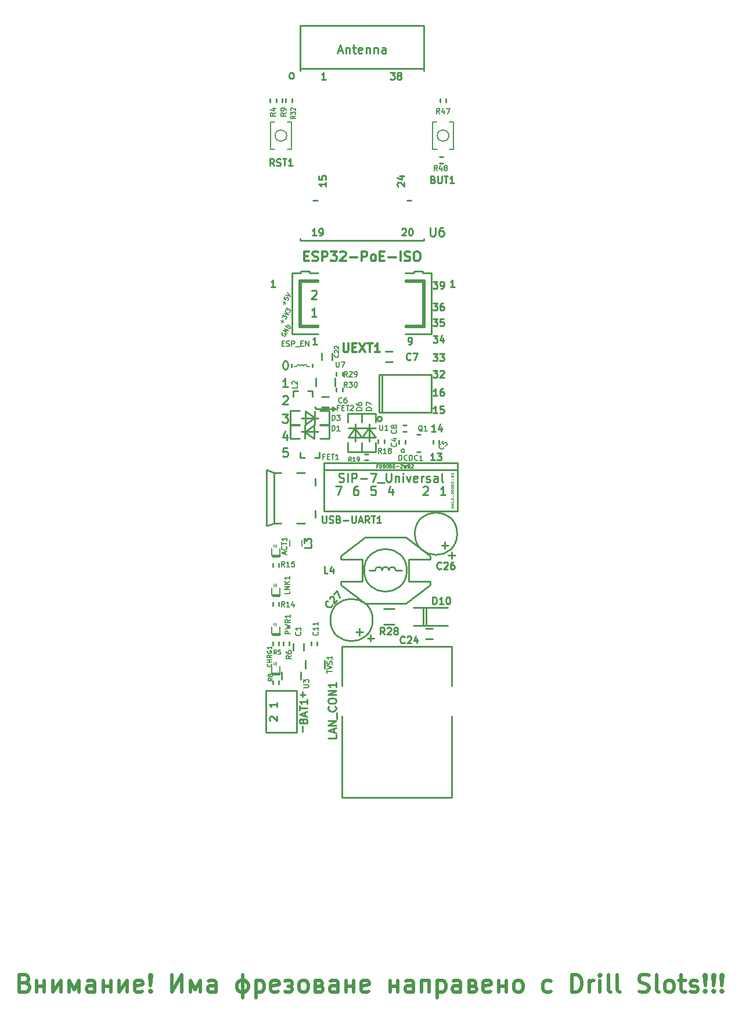
<source format=gbr>
G04 #@! TF.GenerationSoftware,KiCad,Pcbnew,5.1.6-c6e7f7d~87~ubuntu18.04.1*
G04 #@! TF.CreationDate,2022-05-31T16:19:01+03:00*
G04 #@! TF.ProjectId,ESP32-PoE-ISO_Rev_J,45535033-322d-4506-9f45-2d49534f5f52,J*
G04 #@! TF.SameCoordinates,Original*
G04 #@! TF.FileFunction,Legend,Top*
G04 #@! TF.FilePolarity,Positive*
%FSLAX46Y46*%
G04 Gerber Fmt 4.6, Leading zero omitted, Abs format (unit mm)*
G04 Created by KiCad (PCBNEW 5.1.6-c6e7f7d~87~ubuntu18.04.1) date 2022-05-31 16:19:01*
%MOMM*%
%LPD*%
G01*
G04 APERTURE LIST*
%ADD10C,0.349250*%
%ADD11C,0.254000*%
%ADD12C,0.158750*%
%ADD13C,0.127000*%
%ADD14C,0.200000*%
%ADD15C,0.050000*%
%ADD16C,0.100000*%
%ADD17C,0.190500*%
%ADD18C,0.317500*%
%ADD19C,0.508000*%
G04 APERTURE END LIST*
D10*
X95724738Y-117375214D02*
X96190404Y-117375214D01*
X96389976Y-118106976D02*
X95724738Y-118106976D01*
X95724738Y-116709976D01*
X96389976Y-116709976D01*
X96922166Y-118040452D02*
X97121738Y-118106976D01*
X97454357Y-118106976D01*
X97587404Y-118040452D01*
X97653928Y-117973928D01*
X97720452Y-117840880D01*
X97720452Y-117707833D01*
X97653928Y-117574785D01*
X97587404Y-117508261D01*
X97454357Y-117441738D01*
X97188261Y-117375214D01*
X97055214Y-117308690D01*
X96988690Y-117242166D01*
X96922166Y-117109119D01*
X96922166Y-116976071D01*
X96988690Y-116843023D01*
X97055214Y-116776500D01*
X97188261Y-116709976D01*
X97520880Y-116709976D01*
X97720452Y-116776500D01*
X98319166Y-118106976D02*
X98319166Y-116709976D01*
X98851357Y-116709976D01*
X98984404Y-116776500D01*
X99050928Y-116843023D01*
X99117452Y-116976071D01*
X99117452Y-117175642D01*
X99050928Y-117308690D01*
X98984404Y-117375214D01*
X98851357Y-117441738D01*
X98319166Y-117441738D01*
X99583119Y-116709976D02*
X100447928Y-116709976D01*
X99982261Y-117242166D01*
X100181833Y-117242166D01*
X100314880Y-117308690D01*
X100381404Y-117375214D01*
X100447928Y-117508261D01*
X100447928Y-117840880D01*
X100381404Y-117973928D01*
X100314880Y-118040452D01*
X100181833Y-118106976D01*
X99782690Y-118106976D01*
X99649642Y-118040452D01*
X99583119Y-117973928D01*
X100980119Y-116843023D02*
X101046642Y-116776500D01*
X101179690Y-116709976D01*
X101512309Y-116709976D01*
X101645357Y-116776500D01*
X101711880Y-116843023D01*
X101778404Y-116976071D01*
X101778404Y-117109119D01*
X101711880Y-117308690D01*
X100913595Y-118106976D01*
X101778404Y-118106976D01*
X102377119Y-117574785D02*
X103441500Y-117574785D01*
X104106738Y-118106976D02*
X104106738Y-116709976D01*
X104638928Y-116709976D01*
X104771976Y-116776500D01*
X104838500Y-116843023D01*
X104905023Y-116976071D01*
X104905023Y-117175642D01*
X104838500Y-117308690D01*
X104771976Y-117375214D01*
X104638928Y-117441738D01*
X104106738Y-117441738D01*
X105703309Y-118106976D02*
X105570261Y-118040452D01*
X105503738Y-117973928D01*
X105437214Y-117840880D01*
X105437214Y-117441738D01*
X105503738Y-117308690D01*
X105570261Y-117242166D01*
X105703309Y-117175642D01*
X105902880Y-117175642D01*
X106035928Y-117242166D01*
X106102452Y-117308690D01*
X106168976Y-117441738D01*
X106168976Y-117840880D01*
X106102452Y-117973928D01*
X106035928Y-118040452D01*
X105902880Y-118106976D01*
X105703309Y-118106976D01*
X106767690Y-117375214D02*
X107233357Y-117375214D01*
X107432928Y-118106976D02*
X106767690Y-118106976D01*
X106767690Y-116709976D01*
X107432928Y-116709976D01*
X108031642Y-117574785D02*
X109096023Y-117574785D01*
X109761261Y-118106976D02*
X109761261Y-116709976D01*
X110359976Y-118040452D02*
X110559547Y-118106976D01*
X110892166Y-118106976D01*
X111025214Y-118040452D01*
X111091738Y-117973928D01*
X111158261Y-117840880D01*
X111158261Y-117707833D01*
X111091738Y-117574785D01*
X111025214Y-117508261D01*
X110892166Y-117441738D01*
X110626071Y-117375214D01*
X110493023Y-117308690D01*
X110426500Y-117242166D01*
X110359976Y-117109119D01*
X110359976Y-116976071D01*
X110426500Y-116843023D01*
X110493023Y-116776500D01*
X110626071Y-116709976D01*
X110958690Y-116709976D01*
X111158261Y-116776500D01*
X112023071Y-116709976D02*
X112289166Y-116709976D01*
X112422214Y-116776500D01*
X112555261Y-116909547D01*
X112621785Y-117175642D01*
X112621785Y-117641309D01*
X112555261Y-117907404D01*
X112422214Y-118040452D01*
X112289166Y-118106976D01*
X112023071Y-118106976D01*
X111890023Y-118040452D01*
X111756976Y-117907404D01*
X111690452Y-117641309D01*
X111690452Y-117175642D01*
X111756976Y-116909547D01*
X111890023Y-116776500D01*
X112023071Y-116709976D01*
D11*
X114493523Y-121109619D02*
X115122476Y-121109619D01*
X114783809Y-121496666D01*
X114928952Y-121496666D01*
X115025714Y-121545047D01*
X115074095Y-121593428D01*
X115122476Y-121690190D01*
X115122476Y-121932095D01*
X115074095Y-122028857D01*
X115025714Y-122077238D01*
X114928952Y-122125619D01*
X114638666Y-122125619D01*
X114541904Y-122077238D01*
X114493523Y-122028857D01*
X115606285Y-122125619D02*
X115799809Y-122125619D01*
X115896571Y-122077238D01*
X115944952Y-122028857D01*
X116041714Y-121883714D01*
X116090095Y-121690190D01*
X116090095Y-121303142D01*
X116041714Y-121206380D01*
X115993333Y-121158000D01*
X115896571Y-121109619D01*
X115703047Y-121109619D01*
X115606285Y-121158000D01*
X115557904Y-121206380D01*
X115509523Y-121303142D01*
X115509523Y-121545047D01*
X115557904Y-121641809D01*
X115606285Y-121690190D01*
X115703047Y-121738571D01*
X115896571Y-121738571D01*
X115993333Y-121690190D01*
X116041714Y-121641809D01*
X116090095Y-121545047D01*
X114493523Y-124284619D02*
X115122476Y-124284619D01*
X114783809Y-124671666D01*
X114928952Y-124671666D01*
X115025714Y-124720047D01*
X115074095Y-124768428D01*
X115122476Y-124865190D01*
X115122476Y-125107095D01*
X115074095Y-125203857D01*
X115025714Y-125252238D01*
X114928952Y-125300619D01*
X114638666Y-125300619D01*
X114541904Y-125252238D01*
X114493523Y-125203857D01*
X115993333Y-124284619D02*
X115799809Y-124284619D01*
X115703047Y-124333000D01*
X115654666Y-124381380D01*
X115557904Y-124526523D01*
X115509523Y-124720047D01*
X115509523Y-125107095D01*
X115557904Y-125203857D01*
X115606285Y-125252238D01*
X115703047Y-125300619D01*
X115896571Y-125300619D01*
X115993333Y-125252238D01*
X116041714Y-125203857D01*
X116090095Y-125107095D01*
X116090095Y-124865190D01*
X116041714Y-124768428D01*
X115993333Y-124720047D01*
X115896571Y-124671666D01*
X115703047Y-124671666D01*
X115606285Y-124720047D01*
X115557904Y-124768428D01*
X115509523Y-124865190D01*
X114493523Y-126570619D02*
X115122476Y-126570619D01*
X114783809Y-126957666D01*
X114928952Y-126957666D01*
X115025714Y-127006047D01*
X115074095Y-127054428D01*
X115122476Y-127151190D01*
X115122476Y-127393095D01*
X115074095Y-127489857D01*
X115025714Y-127538238D01*
X114928952Y-127586619D01*
X114638666Y-127586619D01*
X114541904Y-127538238D01*
X114493523Y-127489857D01*
X116041714Y-126570619D02*
X115557904Y-126570619D01*
X115509523Y-127054428D01*
X115557904Y-127006047D01*
X115654666Y-126957666D01*
X115896571Y-126957666D01*
X115993333Y-127006047D01*
X116041714Y-127054428D01*
X116090095Y-127151190D01*
X116090095Y-127393095D01*
X116041714Y-127489857D01*
X115993333Y-127538238D01*
X115896571Y-127586619D01*
X115654666Y-127586619D01*
X115557904Y-127538238D01*
X115509523Y-127489857D01*
X114493523Y-128983619D02*
X115122476Y-128983619D01*
X114783809Y-129370666D01*
X114928952Y-129370666D01*
X115025714Y-129419047D01*
X115074095Y-129467428D01*
X115122476Y-129564190D01*
X115122476Y-129806095D01*
X115074095Y-129902857D01*
X115025714Y-129951238D01*
X114928952Y-129999619D01*
X114638666Y-129999619D01*
X114541904Y-129951238D01*
X114493523Y-129902857D01*
X115993333Y-129322285D02*
X115993333Y-129999619D01*
X115751428Y-128935238D02*
X115509523Y-129660952D01*
X116138476Y-129660952D01*
X114493523Y-131650619D02*
X115122476Y-131650619D01*
X114783809Y-132037666D01*
X114928952Y-132037666D01*
X115025714Y-132086047D01*
X115074095Y-132134428D01*
X115122476Y-132231190D01*
X115122476Y-132473095D01*
X115074095Y-132569857D01*
X115025714Y-132618238D01*
X114928952Y-132666619D01*
X114638666Y-132666619D01*
X114541904Y-132618238D01*
X114493523Y-132569857D01*
X115461142Y-131650619D02*
X116090095Y-131650619D01*
X115751428Y-132037666D01*
X115896571Y-132037666D01*
X115993333Y-132086047D01*
X116041714Y-132134428D01*
X116090095Y-132231190D01*
X116090095Y-132473095D01*
X116041714Y-132569857D01*
X115993333Y-132618238D01*
X115896571Y-132666619D01*
X115606285Y-132666619D01*
X115509523Y-132618238D01*
X115461142Y-132569857D01*
X114493523Y-134063619D02*
X115122476Y-134063619D01*
X114783809Y-134450666D01*
X114928952Y-134450666D01*
X115025714Y-134499047D01*
X115074095Y-134547428D01*
X115122476Y-134644190D01*
X115122476Y-134886095D01*
X115074095Y-134982857D01*
X115025714Y-135031238D01*
X114928952Y-135079619D01*
X114638666Y-135079619D01*
X114541904Y-135031238D01*
X114493523Y-134982857D01*
X115509523Y-134160380D02*
X115557904Y-134112000D01*
X115654666Y-134063619D01*
X115896571Y-134063619D01*
X115993333Y-134112000D01*
X116041714Y-134160380D01*
X116090095Y-134257142D01*
X116090095Y-134353904D01*
X116041714Y-134499047D01*
X115461142Y-135079619D01*
X116090095Y-135079619D01*
X115122476Y-137746619D02*
X114541904Y-137746619D01*
X114832190Y-137746619D02*
X114832190Y-136730619D01*
X114735428Y-136875761D01*
X114638666Y-136972523D01*
X114541904Y-137020904D01*
X115993333Y-136730619D02*
X115799809Y-136730619D01*
X115703047Y-136779000D01*
X115654666Y-136827380D01*
X115557904Y-136972523D01*
X115509523Y-137166047D01*
X115509523Y-137553095D01*
X115557904Y-137649857D01*
X115606285Y-137698238D01*
X115703047Y-137746619D01*
X115896571Y-137746619D01*
X115993333Y-137698238D01*
X116041714Y-137649857D01*
X116090095Y-137553095D01*
X116090095Y-137311190D01*
X116041714Y-137214428D01*
X115993333Y-137166047D01*
X115896571Y-137117666D01*
X115703047Y-137117666D01*
X115606285Y-137166047D01*
X115557904Y-137214428D01*
X115509523Y-137311190D01*
X115122476Y-140286619D02*
X114541904Y-140286619D01*
X114832190Y-140286619D02*
X114832190Y-139270619D01*
X114735428Y-139415761D01*
X114638666Y-139512523D01*
X114541904Y-139560904D01*
X116041714Y-139270619D02*
X115557904Y-139270619D01*
X115509523Y-139754428D01*
X115557904Y-139706047D01*
X115654666Y-139657666D01*
X115896571Y-139657666D01*
X115993333Y-139706047D01*
X116041714Y-139754428D01*
X116090095Y-139851190D01*
X116090095Y-140093095D01*
X116041714Y-140189857D01*
X115993333Y-140238238D01*
X115896571Y-140286619D01*
X115654666Y-140286619D01*
X115557904Y-140238238D01*
X115509523Y-140189857D01*
X114868476Y-142953619D02*
X114287904Y-142953619D01*
X114578190Y-142953619D02*
X114578190Y-141937619D01*
X114481428Y-142082761D01*
X114384666Y-142179523D01*
X114287904Y-142227904D01*
X115739333Y-142276285D02*
X115739333Y-142953619D01*
X115497428Y-141889238D02*
X115255523Y-142614952D01*
X115884476Y-142614952D01*
X114741476Y-147144619D02*
X114160904Y-147144619D01*
X114451190Y-147144619D02*
X114451190Y-146128619D01*
X114354428Y-146273761D01*
X114257666Y-146370523D01*
X114160904Y-146418904D01*
X115080142Y-146128619D02*
X115709095Y-146128619D01*
X115370428Y-146515666D01*
X115515571Y-146515666D01*
X115612333Y-146564047D01*
X115660714Y-146612428D01*
X115709095Y-146709190D01*
X115709095Y-146951095D01*
X115660714Y-147047857D01*
X115612333Y-147096238D01*
X115515571Y-147144619D01*
X115225285Y-147144619D01*
X115128523Y-147096238D01*
X115080142Y-147047857D01*
X93266380Y-145354523D02*
X92661619Y-145354523D01*
X92601142Y-145959285D01*
X92661619Y-145898809D01*
X92782571Y-145838333D01*
X93084952Y-145838333D01*
X93205904Y-145898809D01*
X93266380Y-145959285D01*
X93326857Y-146080238D01*
X93326857Y-146382619D01*
X93266380Y-146503571D01*
X93205904Y-146564047D01*
X93084952Y-146624523D01*
X92782571Y-146624523D01*
X92661619Y-146564047D01*
X92601142Y-146503571D01*
X93205904Y-143364857D02*
X93205904Y-144211523D01*
X92903523Y-142881047D02*
X92601142Y-143788190D01*
X93387333Y-143788190D01*
X92540666Y-140401523D02*
X93326857Y-140401523D01*
X92903523Y-140885333D01*
X93084952Y-140885333D01*
X93205904Y-140945809D01*
X93266380Y-141006285D01*
X93326857Y-141127238D01*
X93326857Y-141429619D01*
X93266380Y-141550571D01*
X93205904Y-141611047D01*
X93084952Y-141671523D01*
X92722095Y-141671523D01*
X92601142Y-141611047D01*
X92540666Y-141550571D01*
X92601142Y-137855476D02*
X92661619Y-137795000D01*
X92782571Y-137734523D01*
X93084952Y-137734523D01*
X93205904Y-137795000D01*
X93266380Y-137855476D01*
X93326857Y-137976428D01*
X93326857Y-138097380D01*
X93266380Y-138278809D01*
X92540666Y-139004523D01*
X93326857Y-139004523D01*
X93326857Y-136464523D02*
X92601142Y-136464523D01*
X92964000Y-136464523D02*
X92964000Y-135194523D01*
X92843047Y-135375952D01*
X92722095Y-135496904D01*
X92601142Y-135557380D01*
X110931476Y-130253619D02*
X111125000Y-130253619D01*
X111221761Y-130205238D01*
X111270142Y-130156857D01*
X111366904Y-130011714D01*
X111415285Y-129818190D01*
X111415285Y-129431142D01*
X111366904Y-129334380D01*
X111318523Y-129286000D01*
X111221761Y-129237619D01*
X111028238Y-129237619D01*
X110931476Y-129286000D01*
X110883095Y-129334380D01*
X110834714Y-129431142D01*
X110834714Y-129673047D01*
X110883095Y-129769809D01*
X110931476Y-129818190D01*
X111028238Y-129866571D01*
X111221761Y-129866571D01*
X111318523Y-129818190D01*
X111366904Y-129769809D01*
X111415285Y-129673047D01*
X100330000Y-139700000D02*
X99822000Y-139954000D01*
X100330000Y-139700000D02*
X99822000Y-139446000D01*
X97536000Y-139700000D02*
X97282000Y-139446000D01*
X97663000Y-139700000D02*
X97536000Y-139700000D01*
X100330000Y-139700000D02*
X97663000Y-139700000D01*
X93024476Y-133918476D02*
X92903523Y-133918476D01*
X92782571Y-133858000D01*
X92722095Y-133797523D01*
X92661619Y-133676571D01*
X92601142Y-133434666D01*
X92601142Y-133132285D01*
X92661619Y-132890380D01*
X92722095Y-132769428D01*
X92782571Y-132708952D01*
X92903523Y-132648476D01*
X93024476Y-132648476D01*
X93145428Y-132708952D01*
X93205904Y-132769428D01*
X93266380Y-132890380D01*
X93326857Y-133132285D01*
X93326857Y-133434666D01*
X93266380Y-133676571D01*
X93205904Y-133797523D01*
X93145428Y-133858000D01*
X93024476Y-133918476D01*
D12*
X92483214Y-130120571D02*
X92737214Y-130120571D01*
X92846071Y-130519714D02*
X92483214Y-130519714D01*
X92483214Y-129757714D01*
X92846071Y-129757714D01*
X93136357Y-130483428D02*
X93245214Y-130519714D01*
X93426642Y-130519714D01*
X93499214Y-130483428D01*
X93535500Y-130447142D01*
X93571785Y-130374571D01*
X93571785Y-130302000D01*
X93535500Y-130229428D01*
X93499214Y-130193142D01*
X93426642Y-130156857D01*
X93281500Y-130120571D01*
X93208928Y-130084285D01*
X93172642Y-130048000D01*
X93136357Y-129975428D01*
X93136357Y-129902857D01*
X93172642Y-129830285D01*
X93208928Y-129794000D01*
X93281500Y-129757714D01*
X93462928Y-129757714D01*
X93571785Y-129794000D01*
X93898357Y-130519714D02*
X93898357Y-129757714D01*
X94188642Y-129757714D01*
X94261214Y-129794000D01*
X94297500Y-129830285D01*
X94333785Y-129902857D01*
X94333785Y-130011714D01*
X94297500Y-130084285D01*
X94261214Y-130120571D01*
X94188642Y-130156857D01*
X93898357Y-130156857D01*
X94478928Y-130592285D02*
X95059500Y-130592285D01*
X95240928Y-130120571D02*
X95494928Y-130120571D01*
X95603785Y-130519714D02*
X95240928Y-130519714D01*
X95240928Y-129757714D01*
X95603785Y-129757714D01*
X95930357Y-130519714D02*
X95930357Y-129757714D01*
X96365785Y-130519714D01*
X96365785Y-129757714D01*
X92574132Y-128530241D02*
X92517707Y-128567496D01*
X92472349Y-128646057D01*
X92453179Y-128739737D01*
X92475315Y-128822349D01*
X92512570Y-128878774D01*
X92602199Y-128965437D01*
X92680760Y-129010794D01*
X92800627Y-129045083D01*
X92868119Y-129049134D01*
X92950732Y-129026998D01*
X93022276Y-128963557D01*
X93052514Y-128911183D01*
X93071684Y-128817503D01*
X93060616Y-128776197D01*
X92877307Y-128670363D01*
X92816831Y-128775111D01*
X93249061Y-128570752D02*
X92699135Y-128253252D01*
X93430490Y-128256509D01*
X92880564Y-127939009D01*
X93581680Y-127994639D02*
X93031754Y-127677139D01*
X93107349Y-127546204D01*
X93178894Y-127482762D01*
X93261506Y-127460627D01*
X93328999Y-127464678D01*
X93448865Y-127498967D01*
X93527426Y-127544324D01*
X93617055Y-127630987D01*
X93654310Y-127687412D01*
X93676446Y-127770024D01*
X93657276Y-127863704D01*
X93581680Y-127994639D01*
X92443875Y-127102596D02*
X92685780Y-126683604D01*
X92774323Y-127014052D02*
X92355332Y-126772147D01*
X92466302Y-126277561D02*
X92662849Y-125937130D01*
X92766512Y-126241392D01*
X92811869Y-126162831D01*
X92868294Y-126125576D01*
X92909600Y-126114508D01*
X92977093Y-126118559D01*
X93108028Y-126194154D01*
X93145283Y-126250579D01*
X93156351Y-126291885D01*
X93152299Y-126359378D01*
X93061585Y-126516500D01*
X93005160Y-126553755D01*
X92963854Y-126564823D01*
X92753564Y-125780009D02*
X93409323Y-125914200D01*
X92965230Y-125413391D01*
X93040826Y-125282456D02*
X93237373Y-124942026D01*
X93341036Y-125246287D01*
X93386393Y-125167726D01*
X93442818Y-125130471D01*
X93484124Y-125119403D01*
X93551617Y-125123455D01*
X93682552Y-125199050D01*
X93719806Y-125255475D01*
X93730874Y-125296781D01*
X93726823Y-125364274D01*
X93636109Y-125521396D01*
X93579684Y-125558650D01*
X93538378Y-125569718D01*
X92722066Y-124427726D02*
X92963970Y-124008735D01*
X93052514Y-124339183D02*
X92633522Y-124097278D01*
X92925921Y-123288448D02*
X92774730Y-123550317D01*
X93021481Y-123727695D01*
X93010413Y-123686389D01*
X93014464Y-123618896D01*
X93090059Y-123487961D01*
X93146484Y-123450706D01*
X93187790Y-123439638D01*
X93255283Y-123443689D01*
X93386218Y-123519285D01*
X93423473Y-123575710D01*
X93434541Y-123617016D01*
X93430490Y-123684509D01*
X93354895Y-123815443D01*
X93298470Y-123852698D01*
X93257164Y-123863766D01*
X93031754Y-123105139D02*
X93687514Y-123239330D01*
X93243421Y-122738522D01*
D11*
X97572285Y-130253619D02*
X96991714Y-130253619D01*
X97282000Y-130253619D02*
X97282000Y-129237619D01*
X97185238Y-129382761D01*
X97088476Y-129479523D01*
X96991714Y-129527904D01*
X95116952Y-181301571D02*
X95891047Y-181301571D01*
X95504000Y-181688619D02*
X95504000Y-180914523D01*
X95449571Y-186696047D02*
X95449571Y-185921952D01*
X117638285Y-121871619D02*
X117057714Y-121871619D01*
X117348000Y-121871619D02*
X117348000Y-120855619D01*
X117251238Y-121000761D01*
X117154476Y-121097523D01*
X117057714Y-121145904D01*
X91476285Y-121871619D02*
X90895714Y-121871619D01*
X91186000Y-121871619D02*
X91186000Y-120855619D01*
X91089238Y-121000761D01*
X90992476Y-121097523D01*
X90895714Y-121145904D01*
D13*
X114459000Y-101822000D02*
X114459000Y-97822000D01*
X117459000Y-101822000D02*
X117459000Y-97822000D01*
X114462000Y-97822000D02*
X115020800Y-97822000D01*
X116898000Y-97822000D02*
X117456800Y-97822000D01*
X114461200Y-101822000D02*
X115070800Y-101822000D01*
X116898000Y-101822000D02*
X117456800Y-101822000D01*
X116798738Y-99822000D02*
G75*
G03*
X116798738Y-99822000I-839738J0D01*
G01*
X90821000Y-101822000D02*
X90821000Y-97822000D01*
X93821000Y-101822000D02*
X93821000Y-97822000D01*
X90824000Y-97822000D02*
X91382800Y-97822000D01*
X93260000Y-97822000D02*
X93818800Y-97822000D01*
X90823200Y-101822000D02*
X91432800Y-101822000D01*
X93260000Y-101822000D02*
X93818800Y-101822000D01*
X93160738Y-99822000D02*
G75*
G03*
X93160738Y-99822000I-839738J0D01*
G01*
D11*
X96877000Y-133550000D02*
X96877000Y-133150000D01*
X93877000Y-133550000D02*
X93877000Y-133150000D01*
D14*
X94627000Y-133500000D02*
X94277000Y-133500000D01*
X96127000Y-133500000D02*
X96477000Y-133500000D01*
X95627000Y-133450000D02*
G75*
G02*
X96127000Y-133450000I250000J0D01*
G01*
X94627000Y-133450000D02*
G75*
G02*
X95127000Y-133450000I250000J0D01*
G01*
X95127000Y-133450000D02*
G75*
G02*
X95627000Y-133450000I250000J0D01*
G01*
D11*
X98581000Y-154543000D02*
X98581000Y-148543000D01*
X118081000Y-154543000D02*
X98581000Y-154543000D01*
X118081000Y-148543000D02*
X98581000Y-148543000D01*
X118081000Y-148543000D02*
X118081000Y-154543000D01*
X118081000Y-148543000D02*
X118081000Y-147543000D01*
X118081000Y-147543000D02*
X98581000Y-147543000D01*
X98581000Y-147543000D02*
X98581000Y-148543000D01*
X112692000Y-143383000D02*
X112184000Y-143383000D01*
X112692000Y-145923000D02*
X112184000Y-145923000D01*
X105703021Y-170434000D02*
G75*
G03*
X105703021Y-170434000I-3087021J0D01*
G01*
X104216200Y-143789400D02*
X106121200Y-143789400D01*
X104216200Y-142417800D02*
X106121200Y-142417800D01*
X105130600Y-142417800D02*
X106121200Y-143789400D01*
X104216200Y-143789400D02*
X105130600Y-142417800D01*
X105168700Y-144373600D02*
X105168700Y-141897100D01*
X106146600Y-140322300D02*
X106146600Y-141617700D01*
X104140000Y-140335000D02*
X104140000Y-141630400D01*
X106146600Y-140309600D02*
X104152700Y-140309600D01*
X106159300Y-145961100D02*
X106159300Y-144589500D01*
X104140000Y-145961100D02*
X104140000Y-144589500D01*
X106159300Y-145961100D02*
X104140000Y-145961100D01*
X102184200Y-143789400D02*
X104089200Y-143789400D01*
X102184200Y-142417800D02*
X104089200Y-142417800D01*
X103098600Y-142417800D02*
X104089200Y-143789400D01*
X102184200Y-143789400D02*
X103098600Y-142417800D01*
X103136700Y-144373600D02*
X103136700Y-141897100D01*
X104114600Y-140322300D02*
X104114600Y-141617700D01*
X102108000Y-140335000D02*
X102108000Y-141630400D01*
X104114600Y-140309600D02*
X102120700Y-140309600D01*
X104127300Y-145961100D02*
X104127300Y-144589500D01*
X102108000Y-145961100D02*
X102108000Y-144589500D01*
X104127300Y-145961100D02*
X102108000Y-145961100D01*
X95859600Y-140030200D02*
X95859600Y-141935200D01*
X97231200Y-140030200D02*
X97231200Y-141935200D01*
X97231200Y-140944600D02*
X95859600Y-141935200D01*
X95859600Y-140030200D02*
X97231200Y-140944600D01*
X95275400Y-140982700D02*
X97751900Y-140982700D01*
X99326700Y-141960600D02*
X98031300Y-141960600D01*
X99314000Y-139954000D02*
X98018600Y-139954000D01*
X99339400Y-141960600D02*
X99339400Y-139966700D01*
X93687900Y-141973300D02*
X95059500Y-141973300D01*
X93687900Y-139954000D02*
X95059500Y-139954000D01*
X93687900Y-141973300D02*
X93687900Y-139954000D01*
X97180400Y-143941800D02*
X97180400Y-142036800D01*
X95808800Y-143941800D02*
X95808800Y-142036800D01*
X95808800Y-143027400D02*
X97180400Y-142036800D01*
X97180400Y-143941800D02*
X95808800Y-143027400D01*
X97764600Y-142989300D02*
X95288100Y-142989300D01*
X93713300Y-142011400D02*
X95008700Y-142011400D01*
X93726000Y-144018000D02*
X95021400Y-144018000D01*
X93700600Y-142011400D02*
X93700600Y-144005300D01*
X99352100Y-141998700D02*
X97980500Y-141998700D01*
X99352100Y-144018000D02*
X97980500Y-144018000D01*
X99352100Y-141998700D02*
X99352100Y-144018000D01*
X91630500Y-94742000D02*
X91630500Y-94488000D01*
X91630500Y-94742000D02*
X91630500Y-94996000D01*
X92519500Y-94742000D02*
X92519500Y-94996000D01*
X92519500Y-94742000D02*
X92519500Y-94488000D01*
X91630500Y-94742000D02*
X91630500Y-94996000D01*
X91630500Y-94742000D02*
X91630500Y-94488000D01*
X90741500Y-94742000D02*
X90741500Y-94488000D01*
X90741500Y-94742000D02*
X90741500Y-94996000D01*
X93535500Y-173863000D02*
X93535500Y-174117000D01*
X93535500Y-173863000D02*
X93535500Y-173609000D01*
X92646500Y-173863000D02*
X92646500Y-173609000D01*
X92646500Y-173863000D02*
X92646500Y-174117000D01*
X95250000Y-178003200D02*
X95250000Y-179133500D01*
X92443300Y-178003200D02*
X92443300Y-179133500D01*
D13*
X95377000Y-158826200D02*
X95377000Y-159664400D01*
X93599000Y-158826200D02*
X93599000Y-159664400D01*
D11*
X91084400Y-166751000D02*
X92125800Y-166751000D01*
X92011500Y-166916100D02*
X91186000Y-166916100D01*
X91046300Y-166763700D02*
X91173300Y-166903400D01*
X92138500Y-166763700D02*
X92011500Y-166916100D01*
D15*
X91342400Y-165324800D02*
X91232400Y-165194800D01*
X91212400Y-165184800D02*
X91222400Y-165264800D01*
X91212400Y-165184800D02*
X91292400Y-165184800D01*
X91212400Y-165400200D02*
X91292400Y-165400200D01*
X91212400Y-165400200D02*
X91222400Y-165480200D01*
X91321400Y-165531800D02*
X91211400Y-165401800D01*
D16*
X91677000Y-165454000D02*
X91457000Y-165454000D01*
X91457000Y-165264000D02*
X91557000Y-165364000D01*
X91677000Y-165264000D02*
X91577000Y-165374000D01*
X91677000Y-165264000D02*
X91457000Y-165264000D01*
X91567000Y-165094000D02*
X91567000Y-165614000D01*
D13*
X92202000Y-165735000D02*
X92202000Y-166751000D01*
X90982800Y-166751000D02*
X90982800Y-165735000D01*
X90982800Y-161036000D02*
X90982800Y-160020000D01*
X92202000Y-160020000D02*
X92202000Y-161036000D01*
D16*
X91567000Y-159379000D02*
X91567000Y-159899000D01*
X91677000Y-159549000D02*
X91457000Y-159549000D01*
X91677000Y-159549000D02*
X91577000Y-159659000D01*
X91457000Y-159549000D02*
X91557000Y-159649000D01*
X91677000Y-159739000D02*
X91457000Y-159739000D01*
D15*
X91321400Y-159816800D02*
X91211400Y-159686800D01*
X91212400Y-159685200D02*
X91222400Y-159765200D01*
X91212400Y-159685200D02*
X91292400Y-159685200D01*
X91212400Y-159469800D02*
X91292400Y-159469800D01*
X91212400Y-159469800D02*
X91222400Y-159549800D01*
X91342400Y-159609800D02*
X91232400Y-159479800D01*
D11*
X92138500Y-161048700D02*
X92011500Y-161201100D01*
X91046300Y-161048700D02*
X91173300Y-161188400D01*
X92011500Y-161201100D02*
X91186000Y-161201100D01*
X91084400Y-161036000D02*
X92125800Y-161036000D01*
X97599500Y-173863000D02*
X97599500Y-174117000D01*
X97599500Y-173863000D02*
X97599500Y-173609000D01*
X96710500Y-173863000D02*
X96710500Y-173609000D01*
X96710500Y-173863000D02*
X96710500Y-174117000D01*
X100393500Y-136906000D02*
X100393500Y-136652000D01*
X100393500Y-136906000D02*
X100393500Y-137160000D01*
X101282500Y-136906000D02*
X101282500Y-137160000D01*
X101282500Y-136906000D02*
X101282500Y-136652000D01*
X101282500Y-134620000D02*
X101282500Y-134874000D01*
X101282500Y-134620000D02*
X101282500Y-134366000D01*
X100393500Y-134620000D02*
X100393500Y-134366000D01*
X100393500Y-134620000D02*
X100393500Y-134874000D01*
X91122500Y-173863000D02*
X91122500Y-173609000D01*
X91122500Y-173863000D02*
X91122500Y-174117000D01*
X92011500Y-173863000D02*
X92011500Y-174117000D01*
X92011500Y-173863000D02*
X92011500Y-173609000D01*
X91122500Y-162433000D02*
X91122500Y-162179000D01*
X91122500Y-162433000D02*
X91122500Y-162687000D01*
X92011500Y-162433000D02*
X92011500Y-162687000D01*
X92011500Y-162433000D02*
X92011500Y-162179000D01*
X91122500Y-168148000D02*
X91122500Y-167894000D01*
X91122500Y-168148000D02*
X91122500Y-168402000D01*
X92011500Y-168148000D02*
X92011500Y-168402000D01*
X92011500Y-168148000D02*
X92011500Y-167894000D01*
X91122500Y-179578000D02*
X91122500Y-179324000D01*
X91122500Y-179578000D02*
X91122500Y-179832000D01*
X92011500Y-179578000D02*
X92011500Y-179832000D01*
X92011500Y-179578000D02*
X92011500Y-179324000D01*
X104775000Y-146240500D02*
X105029000Y-146240500D01*
X104775000Y-146240500D02*
X104521000Y-146240500D01*
X104775000Y-147129500D02*
X104521000Y-147129500D01*
X104775000Y-147129500D02*
X105029000Y-147129500D01*
X110363000Y-142938500D02*
X110109000Y-142938500D01*
X110363000Y-142938500D02*
X110617000Y-142938500D01*
X110363000Y-142049500D02*
X110617000Y-142049500D01*
X110363000Y-142049500D02*
X110109000Y-142049500D01*
X98298000Y-137922000D02*
X99314000Y-137922000D01*
X98298000Y-139446000D02*
X99314000Y-139446000D01*
X94107000Y-174879000D02*
X94107000Y-173863000D01*
X95631000Y-174879000D02*
X95631000Y-173863000D01*
X97409000Y-136321800D02*
X97409000Y-135191500D01*
X100215700Y-136321800D02*
X100215700Y-135191500D01*
X107061000Y-134683500D02*
X107061000Y-140144500D01*
X114300000Y-134683500D02*
X106680000Y-134683500D01*
X106680000Y-140144500D02*
X114300000Y-140144500D01*
X114300000Y-134683500D02*
X114300000Y-140144500D01*
X106680000Y-140144500D02*
X106680000Y-134683500D01*
D13*
X90982800Y-172466000D02*
X90982800Y-171450000D01*
X92202000Y-171450000D02*
X92202000Y-172466000D01*
D16*
X91567000Y-170809000D02*
X91567000Y-171329000D01*
X91677000Y-170979000D02*
X91457000Y-170979000D01*
X91677000Y-170979000D02*
X91577000Y-171089000D01*
X91457000Y-170979000D02*
X91557000Y-171079000D01*
X91677000Y-171169000D02*
X91457000Y-171169000D01*
D15*
X91321400Y-171246800D02*
X91211400Y-171116800D01*
X91212400Y-171115200D02*
X91222400Y-171195200D01*
X91212400Y-171115200D02*
X91292400Y-171115200D01*
X91212400Y-170899800D02*
X91292400Y-170899800D01*
X91212400Y-170899800D02*
X91222400Y-170979800D01*
X91342400Y-171039800D02*
X91232400Y-170909800D01*
D11*
X92138500Y-172478700D02*
X92011500Y-172631100D01*
X91046300Y-172478700D02*
X91173300Y-172618400D01*
X92011500Y-172631100D02*
X91186000Y-172631100D01*
X91084400Y-172466000D02*
X92125800Y-172466000D01*
X99822000Y-131572000D02*
X99822000Y-132588000D01*
X98298000Y-131572000D02*
X98298000Y-132588000D01*
D13*
X90982800Y-178181000D02*
X90982800Y-177165000D01*
X92202000Y-177165000D02*
X92202000Y-178181000D01*
D16*
X91567000Y-176524000D02*
X91567000Y-177044000D01*
X91677000Y-176694000D02*
X91457000Y-176694000D01*
X91677000Y-176694000D02*
X91577000Y-176804000D01*
X91457000Y-176694000D02*
X91557000Y-176794000D01*
X91677000Y-176884000D02*
X91457000Y-176884000D01*
D15*
X91321400Y-176961800D02*
X91211400Y-176831800D01*
X91212400Y-176830200D02*
X91222400Y-176910200D01*
X91212400Y-176830200D02*
X91292400Y-176830200D01*
X91212400Y-176614800D02*
X91292400Y-176614800D01*
X91212400Y-176614800D02*
X91222400Y-176694800D01*
X91342400Y-176754800D02*
X91232400Y-176624800D01*
D11*
X92138500Y-178193700D02*
X92011500Y-178346100D01*
X91046300Y-178193700D02*
X91173300Y-178333400D01*
X92011500Y-178346100D02*
X91186000Y-178346100D01*
X91084400Y-178181000D02*
X92125800Y-178181000D01*
X108585000Y-132842000D02*
X107569000Y-132842000D01*
X108585000Y-131318000D02*
X107569000Y-131318000D01*
X96926400Y-137033000D02*
X96215200Y-137033000D01*
X96926400Y-137871200D02*
X96926400Y-137033000D01*
X94081600Y-137871200D02*
X94081600Y-137033000D01*
X94792800Y-137033000D02*
X94081600Y-137033000D01*
X95097600Y-146812000D02*
X95808800Y-146812000D01*
X95097600Y-145973800D02*
X95097600Y-146812000D01*
X97942400Y-145973800D02*
X97942400Y-146812000D01*
X97231200Y-146812000D02*
X97942400Y-146812000D01*
X116395500Y-94742000D02*
X116395500Y-94996000D01*
X116395500Y-94742000D02*
X116395500Y-94488000D01*
X115506500Y-94742000D02*
X115506500Y-94488000D01*
X115506500Y-94742000D02*
X115506500Y-94996000D01*
X114490500Y-144526000D02*
X114490500Y-144272000D01*
X114490500Y-144526000D02*
X114490500Y-144780000D01*
X115379500Y-144526000D02*
X115379500Y-144780000D01*
X115379500Y-144526000D02*
X115379500Y-144272000D01*
X110426500Y-144526000D02*
X110426500Y-144780000D01*
X110426500Y-144526000D02*
X110426500Y-144272000D01*
X109537500Y-144526000D02*
X109537500Y-144272000D01*
X109537500Y-144526000D02*
X109537500Y-144780000D01*
X93027500Y-94742000D02*
X93027500Y-94488000D01*
X93027500Y-94742000D02*
X93027500Y-94996000D01*
X93916500Y-94742000D02*
X93916500Y-94996000D01*
X93916500Y-94742000D02*
X93916500Y-94488000D01*
X109969000Y-163195000D02*
X109069000Y-163195000D01*
X106069000Y-163195000D02*
X105169000Y-163195000D01*
X110680270Y-163195000D02*
G75*
G03*
X110680270Y-163195000I-3111270J0D01*
G01*
X101069000Y-161095000D02*
X104569000Y-158395000D01*
X101069000Y-161595000D02*
X101069000Y-161095000D01*
X104169000Y-161595000D02*
X101069000Y-161595000D01*
X104169000Y-164795000D02*
X104169000Y-161595000D01*
X101069000Y-164795000D02*
X104169000Y-164795000D01*
X101069000Y-165295000D02*
X101069000Y-164795000D01*
X104569000Y-167995000D02*
X101069000Y-165295000D01*
X110569000Y-167995000D02*
X104569000Y-167995000D01*
X114069000Y-165295000D02*
X110569000Y-167995000D01*
X114069000Y-164795000D02*
X114069000Y-165295000D01*
X110969000Y-164795000D02*
X114069000Y-164795000D01*
X110969000Y-161595000D02*
X110969000Y-164795000D01*
X114069000Y-161595000D02*
X110969000Y-161595000D01*
X114069000Y-161095000D02*
X114069000Y-161595000D01*
X110569000Y-158395000D02*
X114069000Y-161095000D01*
X104569000Y-158395000D02*
X110569000Y-158395000D01*
X107069000Y-163195000D02*
G75*
G02*
X108069000Y-163195000I500000J0D01*
G01*
X108069000Y-163195000D02*
G75*
G02*
X109069000Y-163195000I500000J0D01*
G01*
X106069000Y-163195000D02*
G75*
G02*
X107069000Y-163195000I500000J0D01*
G01*
X106489500Y-144399000D02*
X106489500Y-144145000D01*
X106489500Y-144399000D02*
X106489500Y-144653000D01*
X107378500Y-144399000D02*
X107378500Y-144653000D01*
X107378500Y-144399000D02*
X107378500Y-144145000D01*
X112776000Y-121031000D02*
X113284000Y-121031000D01*
X112903000Y-127635000D02*
X113157000Y-127635000D01*
X95504000Y-127635000D02*
X95123000Y-127635000D01*
X95504000Y-121031000D02*
X95123000Y-121031000D01*
X95250000Y-121158000D02*
X97790000Y-121158000D01*
X110490000Y-121158000D02*
X113030000Y-121158000D01*
X113030000Y-127508000D02*
X113030000Y-121158000D01*
X95250000Y-121158000D02*
X95250000Y-127508000D01*
X93980000Y-119888000D02*
X95250000Y-119888000D01*
X114300000Y-128778000D02*
X110490000Y-128778000D01*
X114300000Y-128778000D02*
X114300000Y-119888000D01*
X93980000Y-119888000D02*
X93980000Y-128778000D01*
X113030000Y-127508000D02*
X110490000Y-127508000D01*
X97790000Y-127508000D02*
X95250000Y-127508000D01*
X113030000Y-119888000D02*
X113030000Y-119634000D01*
X113030000Y-119634000D02*
X111760000Y-119634000D01*
X111760000Y-119888000D02*
X111760000Y-119634000D01*
X113030000Y-119888000D02*
X114300000Y-119888000D01*
X110490000Y-119888000D02*
X111760000Y-119888000D01*
X96520000Y-119634000D02*
X95250000Y-119634000D01*
X95250000Y-119634000D02*
X95250000Y-119888000D01*
X96520000Y-119634000D02*
X96520000Y-119888000D01*
X96520000Y-119888000D02*
X97790000Y-119888000D01*
X110490000Y-127762000D02*
X113284000Y-127762000D01*
X113284000Y-127762000D02*
X113284000Y-120904000D01*
X113284000Y-120904000D02*
X110490000Y-120904000D01*
X97790000Y-120904000D02*
X94996000Y-120904000D01*
X94996000Y-120904000D02*
X94996000Y-127762000D01*
X94996000Y-127762000D02*
X97790000Y-127762000D01*
X97790000Y-128778000D02*
X93980000Y-128778000D01*
X110490000Y-121158000D02*
X110490000Y-120904000D01*
X110490000Y-127762000D02*
X110490000Y-127508000D01*
X97790000Y-127762000D02*
X97790000Y-127508000D01*
X97790000Y-121158000D02*
X97790000Y-120904000D01*
X91326000Y-156354000D02*
X91326000Y-148954000D01*
X95826000Y-148954000D02*
X94626000Y-148954000D01*
X97326000Y-150854000D02*
X97326000Y-149854000D01*
X97326000Y-155454000D02*
X97326000Y-154454000D01*
X92326000Y-156354000D02*
X91326000Y-156354000D01*
X90226000Y-156718000D02*
X90226000Y-148590000D01*
X91326000Y-148954000D02*
X92326000Y-148954000D01*
X95826000Y-156354000D02*
X94626000Y-156354000D01*
X90297000Y-156718000D02*
X91313000Y-156337000D01*
X90297000Y-148590000D02*
X91313000Y-148971000D01*
X95872300Y-176352200D02*
X95872300Y-177482500D01*
X98679000Y-176352200D02*
X98679000Y-177482500D01*
X101200000Y-174293000D02*
X117200000Y-174293000D01*
X117200000Y-174293000D02*
X117200000Y-180063000D01*
X117200000Y-184493000D02*
X117200000Y-196293000D01*
X117200000Y-196293000D02*
X101200000Y-196293000D01*
X101200000Y-196293000D02*
X101200000Y-184493000D01*
X101200000Y-180063000D02*
X101200000Y-174293000D01*
X118022021Y-157861000D02*
G75*
G03*
X118022021Y-157861000I-3087021J0D01*
G01*
X111673000Y-171276000D02*
X116673000Y-171276000D01*
X113043000Y-168576000D02*
X113043000Y-171276000D01*
X116673000Y-168576000D02*
X111673000Y-168576000D01*
X113483000Y-168576000D02*
X113483000Y-171276000D01*
X108839000Y-171069000D02*
X107315000Y-171069000D01*
X108839000Y-168783000D02*
X107315000Y-168783000D01*
X113411000Y-173228000D02*
X114427000Y-173228000D01*
X113411000Y-171704000D02*
X114427000Y-171704000D01*
X111290000Y-109241000D02*
X110690000Y-109241000D01*
X96990000Y-109241000D02*
X97640000Y-109241000D01*
X113140000Y-115141000D02*
X113140000Y-114841000D01*
X95140000Y-115141000D02*
X95140000Y-114841000D01*
X95140000Y-115141000D02*
X113140000Y-115141000D01*
X95140000Y-83741000D02*
X95140000Y-90361000D01*
X113140000Y-83741000D02*
X113140000Y-90361000D01*
X95140000Y-90041000D02*
X113140000Y-90041000D01*
X95140000Y-83741000D02*
X113140000Y-83741000D01*
X115697000Y-102933500D02*
X115443000Y-102933500D01*
X115697000Y-102933500D02*
X115951000Y-102933500D01*
X115697000Y-103822500D02*
X115951000Y-103822500D01*
X115697000Y-103822500D02*
X115443000Y-103822500D01*
X94660720Y-180751480D02*
X90167460Y-180751480D01*
X94660720Y-186786520D02*
X94660720Y-180751480D01*
X90144600Y-186786520D02*
X94660720Y-186786520D01*
X90144600Y-180738780D02*
X90144600Y-186786520D01*
X114493523Y-106226428D02*
X114638666Y-106274809D01*
X114687047Y-106323190D01*
X114735428Y-106419952D01*
X114735428Y-106565095D01*
X114687047Y-106661857D01*
X114638666Y-106710238D01*
X114541904Y-106758619D01*
X114154857Y-106758619D01*
X114154857Y-105742619D01*
X114493523Y-105742619D01*
X114590285Y-105791000D01*
X114638666Y-105839380D01*
X114687047Y-105936142D01*
X114687047Y-106032904D01*
X114638666Y-106129666D01*
X114590285Y-106178047D01*
X114493523Y-106226428D01*
X114154857Y-106226428D01*
X115170857Y-105742619D02*
X115170857Y-106565095D01*
X115219238Y-106661857D01*
X115267619Y-106710238D01*
X115364380Y-106758619D01*
X115557904Y-106758619D01*
X115654666Y-106710238D01*
X115703047Y-106661857D01*
X115751428Y-106565095D01*
X115751428Y-105742619D01*
X116090095Y-105742619D02*
X116670666Y-105742619D01*
X116380380Y-106758619D02*
X116380380Y-105742619D01*
X117541523Y-106758619D02*
X116960952Y-106758619D01*
X117251238Y-106758619D02*
X117251238Y-105742619D01*
X117154476Y-105887761D01*
X117057714Y-105984523D01*
X116960952Y-106032904D01*
X91288809Y-104218619D02*
X90950142Y-103734809D01*
X90708238Y-104218619D02*
X90708238Y-103202619D01*
X91095285Y-103202619D01*
X91192047Y-103251000D01*
X91240428Y-103299380D01*
X91288809Y-103396142D01*
X91288809Y-103541285D01*
X91240428Y-103638047D01*
X91192047Y-103686428D01*
X91095285Y-103734809D01*
X90708238Y-103734809D01*
X91675857Y-104170238D02*
X91821000Y-104218619D01*
X92062904Y-104218619D01*
X92159666Y-104170238D01*
X92208047Y-104121857D01*
X92256428Y-104025095D01*
X92256428Y-103928333D01*
X92208047Y-103831571D01*
X92159666Y-103783190D01*
X92062904Y-103734809D01*
X91869380Y-103686428D01*
X91772619Y-103638047D01*
X91724238Y-103589666D01*
X91675857Y-103492904D01*
X91675857Y-103396142D01*
X91724238Y-103299380D01*
X91772619Y-103251000D01*
X91869380Y-103202619D01*
X92111285Y-103202619D01*
X92256428Y-103251000D01*
X92546714Y-103202619D02*
X93127285Y-103202619D01*
X92837000Y-104218619D02*
X92837000Y-103202619D01*
X93998142Y-104218619D02*
X93417571Y-104218619D01*
X93707857Y-104218619D02*
X93707857Y-103202619D01*
X93611095Y-103347761D01*
X93514333Y-103444523D01*
X93417571Y-103492904D01*
D17*
X94705714Y-136271000D02*
X94705714Y-136633857D01*
X93943714Y-136633857D01*
X94016285Y-136053285D02*
X93980000Y-136017000D01*
X93943714Y-135944428D01*
X93943714Y-135763000D01*
X93980000Y-135690428D01*
X94016285Y-135654142D01*
X94088857Y-135617857D01*
X94161428Y-135617857D01*
X94270285Y-135654142D01*
X94705714Y-136089571D01*
X94705714Y-135617857D01*
X109546571Y-147156714D02*
X109546571Y-146394714D01*
X109728000Y-146394714D01*
X109836857Y-146431000D01*
X109909428Y-146503571D01*
X109945714Y-146576142D01*
X109982000Y-146721285D01*
X109982000Y-146830142D01*
X109945714Y-146975285D01*
X109909428Y-147047857D01*
X109836857Y-147120428D01*
X109728000Y-147156714D01*
X109546571Y-147156714D01*
X110744000Y-147084142D02*
X110707714Y-147120428D01*
X110598857Y-147156714D01*
X110526285Y-147156714D01*
X110417428Y-147120428D01*
X110344857Y-147047857D01*
X110308571Y-146975285D01*
X110272285Y-146830142D01*
X110272285Y-146721285D01*
X110308571Y-146576142D01*
X110344857Y-146503571D01*
X110417428Y-146431000D01*
X110526285Y-146394714D01*
X110598857Y-146394714D01*
X110707714Y-146431000D01*
X110744000Y-146467285D01*
X111070571Y-147156714D02*
X111070571Y-146394714D01*
X111252000Y-146394714D01*
X111360857Y-146431000D01*
X111433428Y-146503571D01*
X111469714Y-146576142D01*
X111506000Y-146721285D01*
X111506000Y-146830142D01*
X111469714Y-146975285D01*
X111433428Y-147047857D01*
X111360857Y-147120428D01*
X111252000Y-147156714D01*
X111070571Y-147156714D01*
X112268000Y-147084142D02*
X112231714Y-147120428D01*
X112122857Y-147156714D01*
X112050285Y-147156714D01*
X111941428Y-147120428D01*
X111868857Y-147047857D01*
X111832571Y-146975285D01*
X111796285Y-146830142D01*
X111796285Y-146721285D01*
X111832571Y-146576142D01*
X111868857Y-146503571D01*
X111941428Y-146431000D01*
X112050285Y-146394714D01*
X112122857Y-146394714D01*
X112231714Y-146431000D01*
X112268000Y-146467285D01*
X112993714Y-147156714D02*
X112558285Y-147156714D01*
X112776000Y-147156714D02*
X112776000Y-146394714D01*
X112703428Y-146503571D01*
X112630857Y-146576142D01*
X112558285Y-146612428D01*
D16*
X117397666Y-154104904D02*
X117397666Y-153914428D01*
X117511952Y-154143000D02*
X117111952Y-154009666D01*
X117511952Y-153876333D01*
X117511952Y-153743000D02*
X117111952Y-153743000D01*
X117397666Y-153609666D01*
X117111952Y-153476333D01*
X117511952Y-153476333D01*
X117511952Y-153076333D02*
X117511952Y-153304904D01*
X117511952Y-153190619D02*
X117111952Y-153190619D01*
X117169095Y-153228714D01*
X117207190Y-153266809D01*
X117226238Y-153304904D01*
X117511952Y-152904904D02*
X117111952Y-152904904D01*
X117111952Y-152809666D01*
X117131000Y-152752523D01*
X117169095Y-152714428D01*
X117207190Y-152695380D01*
X117283380Y-152676333D01*
X117340523Y-152676333D01*
X117416714Y-152695380D01*
X117454809Y-152714428D01*
X117492904Y-152752523D01*
X117511952Y-152809666D01*
X117511952Y-152904904D01*
X117359571Y-152504904D02*
X117359571Y-152200142D01*
X117111952Y-151933476D02*
X117111952Y-151895380D01*
X117131000Y-151857285D01*
X117150047Y-151838238D01*
X117188142Y-151819190D01*
X117264333Y-151800142D01*
X117359571Y-151800142D01*
X117435761Y-151819190D01*
X117473857Y-151838238D01*
X117492904Y-151857285D01*
X117511952Y-151895380D01*
X117511952Y-151933476D01*
X117492904Y-151971571D01*
X117473857Y-151990619D01*
X117435761Y-152009666D01*
X117359571Y-152028714D01*
X117264333Y-152028714D01*
X117188142Y-152009666D01*
X117150047Y-151990619D01*
X117131000Y-151971571D01*
X117111952Y-151933476D01*
X117111952Y-151438238D02*
X117111952Y-151628714D01*
X117302428Y-151647761D01*
X117283380Y-151628714D01*
X117264333Y-151590619D01*
X117264333Y-151495380D01*
X117283380Y-151457285D01*
X117302428Y-151438238D01*
X117340523Y-151419190D01*
X117435761Y-151419190D01*
X117473857Y-151438238D01*
X117492904Y-151457285D01*
X117511952Y-151495380D01*
X117511952Y-151590619D01*
X117492904Y-151628714D01*
X117473857Y-151647761D01*
X117111952Y-151171571D02*
X117111952Y-151133476D01*
X117131000Y-151095380D01*
X117150047Y-151076333D01*
X117188142Y-151057285D01*
X117264333Y-151038238D01*
X117359571Y-151038238D01*
X117435761Y-151057285D01*
X117473857Y-151076333D01*
X117492904Y-151095380D01*
X117511952Y-151133476D01*
X117511952Y-151171571D01*
X117492904Y-151209666D01*
X117473857Y-151228714D01*
X117435761Y-151247761D01*
X117359571Y-151266809D01*
X117264333Y-151266809D01*
X117188142Y-151247761D01*
X117150047Y-151228714D01*
X117131000Y-151209666D01*
X117111952Y-151171571D01*
X117111952Y-150676333D02*
X117111952Y-150866809D01*
X117302428Y-150885857D01*
X117283380Y-150866809D01*
X117264333Y-150828714D01*
X117264333Y-150733476D01*
X117283380Y-150695380D01*
X117302428Y-150676333D01*
X117340523Y-150657285D01*
X117435761Y-150657285D01*
X117473857Y-150676333D01*
X117492904Y-150695380D01*
X117511952Y-150733476D01*
X117511952Y-150828714D01*
X117492904Y-150866809D01*
X117473857Y-150885857D01*
X117492904Y-150504904D02*
X117511952Y-150447761D01*
X117511952Y-150352523D01*
X117492904Y-150314428D01*
X117473857Y-150295380D01*
X117435761Y-150276333D01*
X117397666Y-150276333D01*
X117359571Y-150295380D01*
X117340523Y-150314428D01*
X117321476Y-150352523D01*
X117302428Y-150428714D01*
X117283380Y-150466809D01*
X117264333Y-150485857D01*
X117226238Y-150504904D01*
X117188142Y-150504904D01*
X117150047Y-150485857D01*
X117131000Y-150466809D01*
X117111952Y-150428714D01*
X117111952Y-150333476D01*
X117131000Y-150276333D01*
X117359571Y-150104904D02*
X117359571Y-149800142D01*
X117511952Y-149609666D02*
X117111952Y-149609666D01*
X117511952Y-149381095D01*
X117111952Y-149381095D01*
X117111952Y-149228714D02*
X117111952Y-148962047D01*
X117511952Y-149228714D01*
X117511952Y-148962047D01*
X117397666Y-154104904D02*
X117397666Y-153914428D01*
X117511952Y-154143000D02*
X117111952Y-154009666D01*
X117511952Y-153876333D01*
X117511952Y-153743000D02*
X117111952Y-153743000D01*
X117397666Y-153609666D01*
X117111952Y-153476333D01*
X117511952Y-153476333D01*
X117511952Y-153076333D02*
X117511952Y-153304904D01*
X117511952Y-153190619D02*
X117111952Y-153190619D01*
X117169095Y-153228714D01*
X117207190Y-153266809D01*
X117226238Y-153304904D01*
X117511952Y-152904904D02*
X117111952Y-152904904D01*
X117111952Y-152809666D01*
X117131000Y-152752523D01*
X117169095Y-152714428D01*
X117207190Y-152695380D01*
X117283380Y-152676333D01*
X117340523Y-152676333D01*
X117416714Y-152695380D01*
X117454809Y-152714428D01*
X117492904Y-152752523D01*
X117511952Y-152809666D01*
X117511952Y-152904904D01*
X117359571Y-152504904D02*
X117359571Y-152200142D01*
X117111952Y-151933476D02*
X117111952Y-151895380D01*
X117131000Y-151857285D01*
X117150047Y-151838238D01*
X117188142Y-151819190D01*
X117264333Y-151800142D01*
X117359571Y-151800142D01*
X117435761Y-151819190D01*
X117473857Y-151838238D01*
X117492904Y-151857285D01*
X117511952Y-151895380D01*
X117511952Y-151933476D01*
X117492904Y-151971571D01*
X117473857Y-151990619D01*
X117435761Y-152009666D01*
X117359571Y-152028714D01*
X117264333Y-152028714D01*
X117188142Y-152009666D01*
X117150047Y-151990619D01*
X117131000Y-151971571D01*
X117111952Y-151933476D01*
X117111952Y-151438238D02*
X117111952Y-151628714D01*
X117302428Y-151647761D01*
X117283380Y-151628714D01*
X117264333Y-151590619D01*
X117264333Y-151495380D01*
X117283380Y-151457285D01*
X117302428Y-151438238D01*
X117340523Y-151419190D01*
X117435761Y-151419190D01*
X117473857Y-151438238D01*
X117492904Y-151457285D01*
X117511952Y-151495380D01*
X117511952Y-151590619D01*
X117492904Y-151628714D01*
X117473857Y-151647761D01*
X117111952Y-151171571D02*
X117111952Y-151133476D01*
X117131000Y-151095380D01*
X117150047Y-151076333D01*
X117188142Y-151057285D01*
X117264333Y-151038238D01*
X117359571Y-151038238D01*
X117435761Y-151057285D01*
X117473857Y-151076333D01*
X117492904Y-151095380D01*
X117511952Y-151133476D01*
X117511952Y-151171571D01*
X117492904Y-151209666D01*
X117473857Y-151228714D01*
X117435761Y-151247761D01*
X117359571Y-151266809D01*
X117264333Y-151266809D01*
X117188142Y-151247761D01*
X117150047Y-151228714D01*
X117131000Y-151209666D01*
X117111952Y-151171571D01*
X117111952Y-150676333D02*
X117111952Y-150866809D01*
X117302428Y-150885857D01*
X117283380Y-150866809D01*
X117264333Y-150828714D01*
X117264333Y-150733476D01*
X117283380Y-150695380D01*
X117302428Y-150676333D01*
X117340523Y-150657285D01*
X117435761Y-150657285D01*
X117473857Y-150676333D01*
X117492904Y-150695380D01*
X117511952Y-150733476D01*
X117511952Y-150828714D01*
X117492904Y-150866809D01*
X117473857Y-150885857D01*
X117492904Y-150504904D02*
X117511952Y-150447761D01*
X117511952Y-150352523D01*
X117492904Y-150314428D01*
X117473857Y-150295380D01*
X117435761Y-150276333D01*
X117397666Y-150276333D01*
X117359571Y-150295380D01*
X117340523Y-150314428D01*
X117321476Y-150352523D01*
X117302428Y-150428714D01*
X117283380Y-150466809D01*
X117264333Y-150485857D01*
X117226238Y-150504904D01*
X117188142Y-150504904D01*
X117150047Y-150485857D01*
X117131000Y-150466809D01*
X117111952Y-150428714D01*
X117111952Y-150333476D01*
X117131000Y-150276333D01*
X117359571Y-150104904D02*
X117359571Y-149800142D01*
X117511952Y-149609666D02*
X117111952Y-149609666D01*
X117511952Y-149381095D01*
X117111952Y-149381095D01*
X117111952Y-149228714D02*
X117111952Y-148962047D01*
X117511952Y-149228714D01*
X117511952Y-148962047D01*
D13*
X106486476Y-148006714D02*
X106317142Y-148006714D01*
X106317142Y-148272809D02*
X106317142Y-147764809D01*
X106559047Y-147764809D01*
X106849333Y-147764809D02*
X106897714Y-147764809D01*
X106946095Y-147789000D01*
X106970285Y-147813190D01*
X106994476Y-147861571D01*
X107018666Y-147958333D01*
X107018666Y-148079285D01*
X106994476Y-148176047D01*
X106970285Y-148224428D01*
X106946095Y-148248619D01*
X106897714Y-148272809D01*
X106849333Y-148272809D01*
X106800952Y-148248619D01*
X106776761Y-148224428D01*
X106752571Y-148176047D01*
X106728380Y-148079285D01*
X106728380Y-147958333D01*
X106752571Y-147861571D01*
X106776761Y-147813190D01*
X106800952Y-147789000D01*
X106849333Y-147764809D01*
X107478285Y-147764809D02*
X107236380Y-147764809D01*
X107212190Y-148006714D01*
X107236380Y-147982523D01*
X107284761Y-147958333D01*
X107405714Y-147958333D01*
X107454095Y-147982523D01*
X107478285Y-148006714D01*
X107502476Y-148055095D01*
X107502476Y-148176047D01*
X107478285Y-148224428D01*
X107454095Y-148248619D01*
X107405714Y-148272809D01*
X107284761Y-148272809D01*
X107236380Y-148248619D01*
X107212190Y-148224428D01*
X107816952Y-147764809D02*
X107865333Y-147764809D01*
X107913714Y-147789000D01*
X107937904Y-147813190D01*
X107962095Y-147861571D01*
X107986285Y-147958333D01*
X107986285Y-148079285D01*
X107962095Y-148176047D01*
X107937904Y-148224428D01*
X107913714Y-148248619D01*
X107865333Y-148272809D01*
X107816952Y-148272809D01*
X107768571Y-148248619D01*
X107744380Y-148224428D01*
X107720190Y-148176047D01*
X107696000Y-148079285D01*
X107696000Y-147958333D01*
X107720190Y-147861571D01*
X107744380Y-147813190D01*
X107768571Y-147789000D01*
X107816952Y-147764809D01*
X108445904Y-147764809D02*
X108204000Y-147764809D01*
X108179809Y-148006714D01*
X108204000Y-147982523D01*
X108252380Y-147958333D01*
X108373333Y-147958333D01*
X108421714Y-147982523D01*
X108445904Y-148006714D01*
X108470095Y-148055095D01*
X108470095Y-148176047D01*
X108445904Y-148224428D01*
X108421714Y-148248619D01*
X108373333Y-148272809D01*
X108252380Y-148272809D01*
X108204000Y-148248619D01*
X108179809Y-148224428D01*
X108663619Y-148248619D02*
X108736190Y-148272809D01*
X108857142Y-148272809D01*
X108905523Y-148248619D01*
X108929714Y-148224428D01*
X108953904Y-148176047D01*
X108953904Y-148127666D01*
X108929714Y-148079285D01*
X108905523Y-148055095D01*
X108857142Y-148030904D01*
X108760380Y-148006714D01*
X108712000Y-147982523D01*
X108687809Y-147958333D01*
X108663619Y-147909952D01*
X108663619Y-147861571D01*
X108687809Y-147813190D01*
X108712000Y-147789000D01*
X108760380Y-147764809D01*
X108881333Y-147764809D01*
X108953904Y-147789000D01*
X109171619Y-148079285D02*
X109558666Y-148079285D01*
X109776380Y-147813190D02*
X109800571Y-147789000D01*
X109848952Y-147764809D01*
X109969904Y-147764809D01*
X110018285Y-147789000D01*
X110042476Y-147813190D01*
X110066666Y-147861571D01*
X110066666Y-147909952D01*
X110042476Y-147982523D01*
X109752190Y-148272809D01*
X110066666Y-148272809D01*
X110236000Y-147764809D02*
X110356952Y-148272809D01*
X110453714Y-147909952D01*
X110550476Y-148272809D01*
X110671428Y-147764809D01*
X111155238Y-148272809D02*
X110985904Y-148030904D01*
X110864952Y-148272809D02*
X110864952Y-147764809D01*
X111058476Y-147764809D01*
X111106857Y-147789000D01*
X111131047Y-147813190D01*
X111155238Y-147861571D01*
X111155238Y-147934142D01*
X111131047Y-147982523D01*
X111106857Y-148006714D01*
X111058476Y-148030904D01*
X110864952Y-148030904D01*
X111348761Y-147813190D02*
X111372952Y-147789000D01*
X111421333Y-147764809D01*
X111542285Y-147764809D01*
X111590666Y-147789000D01*
X111614857Y-147813190D01*
X111639047Y-147861571D01*
X111639047Y-147909952D01*
X111614857Y-147982523D01*
X111324571Y-148272809D01*
X111639047Y-148272809D01*
D11*
X100287666Y-150942523D02*
X101134333Y-150942523D01*
X100590047Y-152212523D01*
X103492904Y-150942523D02*
X103251000Y-150942523D01*
X103130047Y-151003000D01*
X103069571Y-151063476D01*
X102948619Y-151244904D01*
X102888142Y-151486809D01*
X102888142Y-151970619D01*
X102948619Y-152091571D01*
X103009095Y-152152047D01*
X103130047Y-152212523D01*
X103371952Y-152212523D01*
X103492904Y-152152047D01*
X103553380Y-152091571D01*
X103613857Y-151970619D01*
X103613857Y-151668238D01*
X103553380Y-151547285D01*
X103492904Y-151486809D01*
X103371952Y-151426333D01*
X103130047Y-151426333D01*
X103009095Y-151486809D01*
X102948619Y-151547285D01*
X102888142Y-151668238D01*
X106093380Y-150942523D02*
X105488619Y-150942523D01*
X105428142Y-151547285D01*
X105488619Y-151486809D01*
X105609571Y-151426333D01*
X105911952Y-151426333D01*
X106032904Y-151486809D01*
X106093380Y-151547285D01*
X106153857Y-151668238D01*
X106153857Y-151970619D01*
X106093380Y-152091571D01*
X106032904Y-152152047D01*
X105911952Y-152212523D01*
X105609571Y-152212523D01*
X105488619Y-152152047D01*
X105428142Y-152091571D01*
X108572904Y-151365857D02*
X108572904Y-152212523D01*
X108270523Y-150882047D02*
X107968142Y-151789190D01*
X108754333Y-151789190D01*
X113048142Y-151063476D02*
X113108619Y-151003000D01*
X113229571Y-150942523D01*
X113531952Y-150942523D01*
X113652904Y-151003000D01*
X113713380Y-151063476D01*
X113773857Y-151184428D01*
X113773857Y-151305380D01*
X113713380Y-151486809D01*
X112987666Y-152212523D01*
X113773857Y-152212523D01*
X116313857Y-152212523D02*
X115588142Y-152212523D01*
X115951000Y-152212523D02*
X115951000Y-150942523D01*
X115830047Y-151123952D01*
X115709095Y-151244904D01*
X115588142Y-151305380D01*
X100771476Y-150247047D02*
X100952904Y-150307523D01*
X101255285Y-150307523D01*
X101376238Y-150247047D01*
X101436714Y-150186571D01*
X101497190Y-150065619D01*
X101497190Y-149944666D01*
X101436714Y-149823714D01*
X101376238Y-149763238D01*
X101255285Y-149702761D01*
X101013380Y-149642285D01*
X100892428Y-149581809D01*
X100831952Y-149521333D01*
X100771476Y-149400380D01*
X100771476Y-149279428D01*
X100831952Y-149158476D01*
X100892428Y-149098000D01*
X101013380Y-149037523D01*
X101315761Y-149037523D01*
X101497190Y-149098000D01*
X102041476Y-150307523D02*
X102041476Y-149037523D01*
X102646238Y-150307523D02*
X102646238Y-149037523D01*
X103130047Y-149037523D01*
X103251000Y-149098000D01*
X103311476Y-149158476D01*
X103371952Y-149279428D01*
X103371952Y-149460857D01*
X103311476Y-149581809D01*
X103251000Y-149642285D01*
X103130047Y-149702761D01*
X102646238Y-149702761D01*
X103916238Y-149823714D02*
X104883857Y-149823714D01*
X105367666Y-149037523D02*
X106214333Y-149037523D01*
X105670047Y-150307523D01*
X106395761Y-150428476D02*
X107363380Y-150428476D01*
X107665761Y-149037523D02*
X107665761Y-150065619D01*
X107726238Y-150186571D01*
X107786714Y-150247047D01*
X107907666Y-150307523D01*
X108149571Y-150307523D01*
X108270523Y-150247047D01*
X108331000Y-150186571D01*
X108391476Y-150065619D01*
X108391476Y-149037523D01*
X108996238Y-149460857D02*
X108996238Y-150307523D01*
X108996238Y-149581809D02*
X109056714Y-149521333D01*
X109177666Y-149460857D01*
X109359095Y-149460857D01*
X109480047Y-149521333D01*
X109540523Y-149642285D01*
X109540523Y-150307523D01*
X110145285Y-150307523D02*
X110145285Y-149460857D01*
X110145285Y-149037523D02*
X110084809Y-149098000D01*
X110145285Y-149158476D01*
X110205761Y-149098000D01*
X110145285Y-149037523D01*
X110145285Y-149158476D01*
X110629095Y-149460857D02*
X110931476Y-150307523D01*
X111233857Y-149460857D01*
X112201476Y-150247047D02*
X112080523Y-150307523D01*
X111838619Y-150307523D01*
X111717666Y-150247047D01*
X111657190Y-150126095D01*
X111657190Y-149642285D01*
X111717666Y-149521333D01*
X111838619Y-149460857D01*
X112080523Y-149460857D01*
X112201476Y-149521333D01*
X112261952Y-149642285D01*
X112261952Y-149763238D01*
X111657190Y-149884190D01*
X112806238Y-150307523D02*
X112806238Y-149460857D01*
X112806238Y-149702761D02*
X112866714Y-149581809D01*
X112927190Y-149521333D01*
X113048142Y-149460857D01*
X113169095Y-149460857D01*
X113531952Y-150247047D02*
X113652904Y-150307523D01*
X113894809Y-150307523D01*
X114015761Y-150247047D01*
X114076238Y-150126095D01*
X114076238Y-150065619D01*
X114015761Y-149944666D01*
X113894809Y-149884190D01*
X113713380Y-149884190D01*
X113592428Y-149823714D01*
X113531952Y-149702761D01*
X113531952Y-149642285D01*
X113592428Y-149521333D01*
X113713380Y-149460857D01*
X113894809Y-149460857D01*
X114015761Y-149521333D01*
X115164809Y-150307523D02*
X115164809Y-149642285D01*
X115104333Y-149521333D01*
X114983380Y-149460857D01*
X114741476Y-149460857D01*
X114620523Y-149521333D01*
X115164809Y-150247047D02*
X115043857Y-150307523D01*
X114741476Y-150307523D01*
X114620523Y-150247047D01*
X114560047Y-150126095D01*
X114560047Y-150005142D01*
X114620523Y-149884190D01*
X114741476Y-149823714D01*
X115043857Y-149823714D01*
X115164809Y-149763238D01*
X115951000Y-150307523D02*
X115830047Y-150247047D01*
X115769571Y-150126095D01*
X115769571Y-149037523D01*
D17*
X112957428Y-142911285D02*
X112884857Y-142875000D01*
X112812285Y-142802428D01*
X112703428Y-142693571D01*
X112630857Y-142657285D01*
X112558285Y-142657285D01*
X112594571Y-142838714D02*
X112522000Y-142802428D01*
X112449428Y-142729857D01*
X112413142Y-142584714D01*
X112413142Y-142330714D01*
X112449428Y-142185571D01*
X112522000Y-142113000D01*
X112594571Y-142076714D01*
X112739714Y-142076714D01*
X112812285Y-142113000D01*
X112884857Y-142185571D01*
X112921142Y-142330714D01*
X112921142Y-142584714D01*
X112884857Y-142729857D01*
X112812285Y-142802428D01*
X112739714Y-142838714D01*
X112594571Y-142838714D01*
X113646857Y-142838714D02*
X113211428Y-142838714D01*
X113429142Y-142838714D02*
X113429142Y-142076714D01*
X113356571Y-142185571D01*
X113284000Y-142258142D01*
X113211428Y-142294428D01*
D14*
X110051857Y-146030904D02*
X109975666Y-145992809D01*
X109937571Y-145954714D01*
X109899476Y-145878523D01*
X109899476Y-145649952D01*
X109937571Y-145573761D01*
X109975666Y-145535666D01*
X110051857Y-145497571D01*
X110166142Y-145497571D01*
X110242333Y-145535666D01*
X110280428Y-145573761D01*
X110318523Y-145649952D01*
X110318523Y-145878523D01*
X110280428Y-145954714D01*
X110242333Y-145992809D01*
X110166142Y-146030904D01*
X110051857Y-146030904D01*
D11*
X99743737Y-168231420D02*
X99743737Y-168299841D01*
X99675316Y-168436683D01*
X99606895Y-168505104D01*
X99470053Y-168573525D01*
X99333211Y-168573525D01*
X99230579Y-168539314D01*
X99059527Y-168436683D01*
X98956895Y-168334051D01*
X98854264Y-168162999D01*
X98820053Y-168060367D01*
X98820053Y-167923525D01*
X98888474Y-167786683D01*
X98956895Y-167718262D01*
X99093737Y-167649841D01*
X99162158Y-167649841D01*
X99435842Y-167376158D02*
X99435842Y-167307737D01*
X99470053Y-167205105D01*
X99641105Y-167034053D01*
X99743737Y-166999842D01*
X99812158Y-166999842D01*
X99914789Y-167034053D01*
X99983210Y-167102474D01*
X100051631Y-167239316D01*
X100051631Y-168060367D01*
X100496367Y-167615631D01*
X100017420Y-166657737D02*
X100496367Y-166178790D01*
X100906893Y-167205105D01*
X103275190Y-172175714D02*
X104242809Y-172175714D01*
X103759000Y-172659523D02*
X103759000Y-171691904D01*
X104926190Y-173064714D02*
X105893809Y-173064714D01*
X105410000Y-173548523D02*
X105410000Y-172580904D01*
D17*
X105500714Y-139881428D02*
X104738714Y-139881428D01*
X104738714Y-139700000D01*
X104775000Y-139591142D01*
X104847571Y-139518571D01*
X104920142Y-139482285D01*
X105065285Y-139446000D01*
X105174142Y-139446000D01*
X105319285Y-139482285D01*
X105391857Y-139518571D01*
X105464428Y-139591142D01*
X105500714Y-139700000D01*
X105500714Y-139881428D01*
X104738714Y-139192000D02*
X104738714Y-138684000D01*
X105500714Y-139010571D01*
X104103714Y-139881428D02*
X103341714Y-139881428D01*
X103341714Y-139700000D01*
X103378000Y-139591142D01*
X103450571Y-139518571D01*
X103523142Y-139482285D01*
X103668285Y-139446000D01*
X103777142Y-139446000D01*
X103922285Y-139482285D01*
X103994857Y-139518571D01*
X104067428Y-139591142D01*
X104103714Y-139700000D01*
X104103714Y-139881428D01*
X103341714Y-138792857D02*
X103341714Y-138938000D01*
X103378000Y-139010571D01*
X103414285Y-139046857D01*
X103523142Y-139119428D01*
X103668285Y-139155714D01*
X103958571Y-139155714D01*
X104031142Y-139119428D01*
X104067428Y-139083142D01*
X104103714Y-139010571D01*
X104103714Y-138865428D01*
X104067428Y-138792857D01*
X104031142Y-138756571D01*
X103958571Y-138720285D01*
X103777142Y-138720285D01*
X103704571Y-138756571D01*
X103668285Y-138792857D01*
X103632000Y-138865428D01*
X103632000Y-139010571D01*
X103668285Y-139083142D01*
X103704571Y-139119428D01*
X103777142Y-139155714D01*
X99767571Y-141314714D02*
X99767571Y-140552714D01*
X99949000Y-140552714D01*
X100057857Y-140589000D01*
X100130428Y-140661571D01*
X100166714Y-140734142D01*
X100203000Y-140879285D01*
X100203000Y-140988142D01*
X100166714Y-141133285D01*
X100130428Y-141205857D01*
X100057857Y-141278428D01*
X99949000Y-141314714D01*
X99767571Y-141314714D01*
X100457000Y-140552714D02*
X100928714Y-140552714D01*
X100674714Y-140843000D01*
X100783571Y-140843000D01*
X100856142Y-140879285D01*
X100892428Y-140915571D01*
X100928714Y-140988142D01*
X100928714Y-141169571D01*
X100892428Y-141242142D01*
X100856142Y-141278428D01*
X100783571Y-141314714D01*
X100565857Y-141314714D01*
X100493285Y-141278428D01*
X100457000Y-141242142D01*
X99767571Y-142838714D02*
X99767571Y-142076714D01*
X99949000Y-142076714D01*
X100057857Y-142113000D01*
X100130428Y-142185571D01*
X100166714Y-142258142D01*
X100203000Y-142403285D01*
X100203000Y-142512142D01*
X100166714Y-142657285D01*
X100130428Y-142729857D01*
X100057857Y-142802428D01*
X99949000Y-142838714D01*
X99767571Y-142838714D01*
X100928714Y-142838714D02*
X100493285Y-142838714D01*
X100711000Y-142838714D02*
X100711000Y-142076714D01*
X100638428Y-142185571D01*
X100565857Y-142258142D01*
X100493285Y-142294428D01*
X93054714Y-96520000D02*
X92691857Y-96774000D01*
X93054714Y-96955428D02*
X92292714Y-96955428D01*
X92292714Y-96665142D01*
X92329000Y-96592571D01*
X92365285Y-96556285D01*
X92437857Y-96520000D01*
X92546714Y-96520000D01*
X92619285Y-96556285D01*
X92655571Y-96592571D01*
X92691857Y-96665142D01*
X92691857Y-96955428D01*
X93054714Y-96157142D02*
X93054714Y-96012000D01*
X93018428Y-95939428D01*
X92982142Y-95903142D01*
X92873285Y-95830571D01*
X92728142Y-95794285D01*
X92437857Y-95794285D01*
X92365285Y-95830571D01*
X92329000Y-95866857D01*
X92292714Y-95939428D01*
X92292714Y-96084571D01*
X92329000Y-96157142D01*
X92365285Y-96193428D01*
X92437857Y-96229714D01*
X92619285Y-96229714D01*
X92691857Y-96193428D01*
X92728142Y-96157142D01*
X92764428Y-96084571D01*
X92764428Y-95939428D01*
X92728142Y-95866857D01*
X92691857Y-95830571D01*
X92619285Y-95794285D01*
X91530714Y-96520000D02*
X91167857Y-96774000D01*
X91530714Y-96955428D02*
X90768714Y-96955428D01*
X90768714Y-96665142D01*
X90805000Y-96592571D01*
X90841285Y-96556285D01*
X90913857Y-96520000D01*
X91022714Y-96520000D01*
X91095285Y-96556285D01*
X91131571Y-96592571D01*
X91167857Y-96665142D01*
X91167857Y-96955428D01*
X91022714Y-95866857D02*
X91530714Y-95866857D01*
X90732428Y-96048285D02*
X91276714Y-96229714D01*
X91276714Y-95758000D01*
X93816714Y-175641000D02*
X93453857Y-175895000D01*
X93816714Y-176076428D02*
X93054714Y-176076428D01*
X93054714Y-175786142D01*
X93091000Y-175713571D01*
X93127285Y-175677285D01*
X93199857Y-175641000D01*
X93308714Y-175641000D01*
X93381285Y-175677285D01*
X93417571Y-175713571D01*
X93453857Y-175786142D01*
X93453857Y-176076428D01*
X93054714Y-174987857D02*
X93054714Y-175133000D01*
X93091000Y-175205571D01*
X93127285Y-175241857D01*
X93236142Y-175314428D01*
X93381285Y-175350714D01*
X93671571Y-175350714D01*
X93744142Y-175314428D01*
X93780428Y-175278142D01*
X93816714Y-175205571D01*
X93816714Y-175060428D01*
X93780428Y-174987857D01*
X93744142Y-174951571D01*
X93671571Y-174915285D01*
X93490142Y-174915285D01*
X93417571Y-174951571D01*
X93381285Y-174987857D01*
X93345000Y-175060428D01*
X93345000Y-175205571D01*
X93381285Y-175278142D01*
X93417571Y-175314428D01*
X93490142Y-175350714D01*
X95594714Y-180285571D02*
X96211571Y-180285571D01*
X96284142Y-180249285D01*
X96320428Y-180213000D01*
X96356714Y-180140428D01*
X96356714Y-179995285D01*
X96320428Y-179922714D01*
X96284142Y-179886428D01*
X96211571Y-179850142D01*
X95594714Y-179850142D01*
X95594714Y-179559857D02*
X95594714Y-179088142D01*
X95885000Y-179342142D01*
X95885000Y-179233285D01*
X95921285Y-179160714D01*
X95957571Y-179124428D01*
X96030142Y-179088142D01*
X96211571Y-179088142D01*
X96284142Y-179124428D01*
X96320428Y-179160714D01*
X96356714Y-179233285D01*
X96356714Y-179451000D01*
X96320428Y-179523571D01*
X96284142Y-179559857D01*
D11*
X96725619Y-159427333D02*
X96725619Y-159911142D01*
X95709619Y-159911142D01*
X95709619Y-159185428D02*
X95709619Y-158556476D01*
X96096666Y-158895142D01*
X96096666Y-158750000D01*
X96145047Y-158653238D01*
X96193428Y-158604857D01*
X96290190Y-158556476D01*
X96532095Y-158556476D01*
X96628857Y-158604857D01*
X96677238Y-158653238D01*
X96725619Y-158750000D01*
X96725619Y-159040285D01*
X96677238Y-159137047D01*
X96628857Y-159185428D01*
D17*
X93562714Y-166261142D02*
X93562714Y-166624000D01*
X92800714Y-166624000D01*
X93562714Y-166007142D02*
X92800714Y-166007142D01*
X93562714Y-165571714D01*
X92800714Y-165571714D01*
X93562714Y-165208857D02*
X92800714Y-165208857D01*
X93562714Y-164773428D02*
X93127285Y-165100000D01*
X92800714Y-164773428D02*
X93236142Y-165208857D01*
X93562714Y-164047714D02*
X93562714Y-164483142D01*
X93562714Y-164265428D02*
X92800714Y-164265428D01*
X92909571Y-164338000D01*
X92982142Y-164410571D01*
X93018428Y-164483142D01*
X92964000Y-160854571D02*
X92964000Y-160491714D01*
X93181714Y-160927142D02*
X92419714Y-160673142D01*
X93181714Y-160419142D01*
X93109142Y-159729714D02*
X93145428Y-159766000D01*
X93181714Y-159874857D01*
X93181714Y-159947428D01*
X93145428Y-160056285D01*
X93072857Y-160128857D01*
X93000285Y-160165142D01*
X92855142Y-160201428D01*
X92746285Y-160201428D01*
X92601142Y-160165142D01*
X92528571Y-160128857D01*
X92456000Y-160056285D01*
X92419714Y-159947428D01*
X92419714Y-159874857D01*
X92456000Y-159766000D01*
X92492285Y-159729714D01*
X92419714Y-159512000D02*
X92419714Y-159076571D01*
X93181714Y-159294285D02*
X92419714Y-159294285D01*
X93181714Y-158423428D02*
X93181714Y-158858857D01*
X93181714Y-158641142D02*
X92419714Y-158641142D01*
X92528571Y-158713714D01*
X92601142Y-158786285D01*
X92637428Y-158858857D01*
X97681142Y-172193857D02*
X97717428Y-172230142D01*
X97753714Y-172339000D01*
X97753714Y-172411571D01*
X97717428Y-172520428D01*
X97644857Y-172593000D01*
X97572285Y-172629285D01*
X97427142Y-172665571D01*
X97318285Y-172665571D01*
X97173142Y-172629285D01*
X97100571Y-172593000D01*
X97028000Y-172520428D01*
X96991714Y-172411571D01*
X96991714Y-172339000D01*
X97028000Y-172230142D01*
X97064285Y-172193857D01*
X97753714Y-171468142D02*
X97753714Y-171903571D01*
X97753714Y-171685857D02*
X96991714Y-171685857D01*
X97100571Y-171758428D01*
X97173142Y-171831000D01*
X97209428Y-171903571D01*
X97753714Y-170742428D02*
X97753714Y-171177857D01*
X97753714Y-170960142D02*
X96991714Y-170960142D01*
X97100571Y-171032714D01*
X97173142Y-171105285D01*
X97209428Y-171177857D01*
X101999142Y-136488714D02*
X101745142Y-136125857D01*
X101563714Y-136488714D02*
X101563714Y-135726714D01*
X101854000Y-135726714D01*
X101926571Y-135763000D01*
X101962857Y-135799285D01*
X101999142Y-135871857D01*
X101999142Y-135980714D01*
X101962857Y-136053285D01*
X101926571Y-136089571D01*
X101854000Y-136125857D01*
X101563714Y-136125857D01*
X102253142Y-135726714D02*
X102724857Y-135726714D01*
X102470857Y-136017000D01*
X102579714Y-136017000D01*
X102652285Y-136053285D01*
X102688571Y-136089571D01*
X102724857Y-136162142D01*
X102724857Y-136343571D01*
X102688571Y-136416142D01*
X102652285Y-136452428D01*
X102579714Y-136488714D01*
X102362000Y-136488714D01*
X102289428Y-136452428D01*
X102253142Y-136416142D01*
X103196571Y-135726714D02*
X103269142Y-135726714D01*
X103341714Y-135763000D01*
X103378000Y-135799285D01*
X103414285Y-135871857D01*
X103450571Y-136017000D01*
X103450571Y-136198428D01*
X103414285Y-136343571D01*
X103378000Y-136416142D01*
X103341714Y-136452428D01*
X103269142Y-136488714D01*
X103196571Y-136488714D01*
X103124000Y-136452428D01*
X103087714Y-136416142D01*
X103051428Y-136343571D01*
X103015142Y-136198428D01*
X103015142Y-136017000D01*
X103051428Y-135871857D01*
X103087714Y-135799285D01*
X103124000Y-135763000D01*
X103196571Y-135726714D01*
X101999142Y-134964714D02*
X101745142Y-134601857D01*
X101563714Y-134964714D02*
X101563714Y-134202714D01*
X101854000Y-134202714D01*
X101926571Y-134239000D01*
X101962857Y-134275285D01*
X101999142Y-134347857D01*
X101999142Y-134456714D01*
X101962857Y-134529285D01*
X101926571Y-134565571D01*
X101854000Y-134601857D01*
X101563714Y-134601857D01*
X102289428Y-134275285D02*
X102325714Y-134239000D01*
X102398285Y-134202714D01*
X102579714Y-134202714D01*
X102652285Y-134239000D01*
X102688571Y-134275285D01*
X102724857Y-134347857D01*
X102724857Y-134420428D01*
X102688571Y-134529285D01*
X102253142Y-134964714D01*
X102724857Y-134964714D01*
X103087714Y-134964714D02*
X103232857Y-134964714D01*
X103305428Y-134928428D01*
X103341714Y-134892142D01*
X103414285Y-134783285D01*
X103450571Y-134638142D01*
X103450571Y-134347857D01*
X103414285Y-134275285D01*
X103378000Y-134239000D01*
X103305428Y-134202714D01*
X103160285Y-134202714D01*
X103087714Y-134239000D01*
X103051428Y-134275285D01*
X103015142Y-134347857D01*
X103015142Y-134529285D01*
X103051428Y-134601857D01*
X103087714Y-134638142D01*
X103160285Y-134674428D01*
X103305428Y-134674428D01*
X103378000Y-134638142D01*
X103414285Y-134601857D01*
X103450571Y-134529285D01*
D12*
X91651666Y-175420261D02*
X91440000Y-175117880D01*
X91288809Y-175420261D02*
X91288809Y-174785261D01*
X91530714Y-174785261D01*
X91591190Y-174815500D01*
X91621428Y-174845738D01*
X91651666Y-174906214D01*
X91651666Y-174996928D01*
X91621428Y-175057404D01*
X91591190Y-175087642D01*
X91530714Y-175117880D01*
X91288809Y-175117880D01*
X92226190Y-174785261D02*
X91923809Y-174785261D01*
X91893571Y-175087642D01*
X91923809Y-175057404D01*
X91984285Y-175027166D01*
X92135476Y-175027166D01*
X92195952Y-175057404D01*
X92226190Y-175087642D01*
X92256428Y-175148119D01*
X92256428Y-175299309D01*
X92226190Y-175359785D01*
X92195952Y-175390023D01*
X92135476Y-175420261D01*
X91984285Y-175420261D01*
X91923809Y-175390023D01*
X91893571Y-175359785D01*
D17*
X92855142Y-162650714D02*
X92601142Y-162287857D01*
X92419714Y-162650714D02*
X92419714Y-161888714D01*
X92710000Y-161888714D01*
X92782571Y-161925000D01*
X92818857Y-161961285D01*
X92855142Y-162033857D01*
X92855142Y-162142714D01*
X92818857Y-162215285D01*
X92782571Y-162251571D01*
X92710000Y-162287857D01*
X92419714Y-162287857D01*
X93580857Y-162650714D02*
X93145428Y-162650714D01*
X93363142Y-162650714D02*
X93363142Y-161888714D01*
X93290571Y-161997571D01*
X93218000Y-162070142D01*
X93145428Y-162106428D01*
X94270285Y-161888714D02*
X93907428Y-161888714D01*
X93871142Y-162251571D01*
X93907428Y-162215285D01*
X93980000Y-162179000D01*
X94161428Y-162179000D01*
X94234000Y-162215285D01*
X94270285Y-162251571D01*
X94306571Y-162324142D01*
X94306571Y-162505571D01*
X94270285Y-162578142D01*
X94234000Y-162614428D01*
X94161428Y-162650714D01*
X93980000Y-162650714D01*
X93907428Y-162614428D01*
X93871142Y-162578142D01*
X92855142Y-168492714D02*
X92601142Y-168129857D01*
X92419714Y-168492714D02*
X92419714Y-167730714D01*
X92710000Y-167730714D01*
X92782571Y-167767000D01*
X92818857Y-167803285D01*
X92855142Y-167875857D01*
X92855142Y-167984714D01*
X92818857Y-168057285D01*
X92782571Y-168093571D01*
X92710000Y-168129857D01*
X92419714Y-168129857D01*
X93580857Y-168492714D02*
X93145428Y-168492714D01*
X93363142Y-168492714D02*
X93363142Y-167730714D01*
X93290571Y-167839571D01*
X93218000Y-167912142D01*
X93145428Y-167948428D01*
X94234000Y-167984714D02*
X94234000Y-168492714D01*
X94052571Y-167694428D02*
X93871142Y-168238714D01*
X94342857Y-168238714D01*
D12*
X91092261Y-178921833D02*
X90789880Y-179133500D01*
X91092261Y-179284690D02*
X90457261Y-179284690D01*
X90457261Y-179042785D01*
X90487500Y-178982309D01*
X90517738Y-178952071D01*
X90578214Y-178921833D01*
X90668928Y-178921833D01*
X90729404Y-178952071D01*
X90759642Y-178982309D01*
X90789880Y-179042785D01*
X90789880Y-179284690D01*
X90729404Y-178558976D02*
X90699166Y-178619452D01*
X90668928Y-178649690D01*
X90608452Y-178679928D01*
X90578214Y-178679928D01*
X90517738Y-178649690D01*
X90487500Y-178619452D01*
X90457261Y-178558976D01*
X90457261Y-178438023D01*
X90487500Y-178377547D01*
X90517738Y-178347309D01*
X90578214Y-178317071D01*
X90608452Y-178317071D01*
X90668928Y-178347309D01*
X90699166Y-178377547D01*
X90729404Y-178438023D01*
X90729404Y-178558976D01*
X90759642Y-178619452D01*
X90789880Y-178649690D01*
X90850357Y-178679928D01*
X90971309Y-178679928D01*
X91031785Y-178649690D01*
X91062023Y-178619452D01*
X91092261Y-178558976D01*
X91092261Y-178438023D01*
X91062023Y-178377547D01*
X91031785Y-178347309D01*
X90971309Y-178317071D01*
X90850357Y-178317071D01*
X90789880Y-178347309D01*
X90759642Y-178377547D01*
X90729404Y-178438023D01*
X102588785Y-147289761D02*
X102377119Y-146987380D01*
X102225928Y-147289761D02*
X102225928Y-146654761D01*
X102467833Y-146654761D01*
X102528309Y-146685000D01*
X102558547Y-146715238D01*
X102588785Y-146775714D01*
X102588785Y-146866428D01*
X102558547Y-146926904D01*
X102528309Y-146957142D01*
X102467833Y-146987380D01*
X102225928Y-146987380D01*
X103193547Y-147289761D02*
X102830690Y-147289761D01*
X103012119Y-147289761D02*
X103012119Y-146654761D01*
X102951642Y-146745476D01*
X102891166Y-146805952D01*
X102830690Y-146836190D01*
X103495928Y-147289761D02*
X103616880Y-147289761D01*
X103677357Y-147259523D01*
X103707595Y-147229285D01*
X103768071Y-147138571D01*
X103798309Y-147017619D01*
X103798309Y-146775714D01*
X103768071Y-146715238D01*
X103737833Y-146685000D01*
X103677357Y-146654761D01*
X103556404Y-146654761D01*
X103495928Y-146685000D01*
X103465690Y-146715238D01*
X103435452Y-146775714D01*
X103435452Y-146926904D01*
X103465690Y-146987380D01*
X103495928Y-147017619D01*
X103556404Y-147047857D01*
X103677357Y-147047857D01*
X103737833Y-147017619D01*
X103768071Y-146987380D01*
X103798309Y-146926904D01*
D17*
X109111142Y-142748000D02*
X109147428Y-142784285D01*
X109183714Y-142893142D01*
X109183714Y-142965714D01*
X109147428Y-143074571D01*
X109074857Y-143147142D01*
X109002285Y-143183428D01*
X108857142Y-143219714D01*
X108748285Y-143219714D01*
X108603142Y-143183428D01*
X108530571Y-143147142D01*
X108458000Y-143074571D01*
X108421714Y-142965714D01*
X108421714Y-142893142D01*
X108458000Y-142784285D01*
X108494285Y-142748000D01*
X108748285Y-142312571D02*
X108712000Y-142385142D01*
X108675714Y-142421428D01*
X108603142Y-142457714D01*
X108566857Y-142457714D01*
X108494285Y-142421428D01*
X108458000Y-142385142D01*
X108421714Y-142312571D01*
X108421714Y-142167428D01*
X108458000Y-142094857D01*
X108494285Y-142058571D01*
X108566857Y-142022285D01*
X108603142Y-142022285D01*
X108675714Y-142058571D01*
X108712000Y-142094857D01*
X108748285Y-142167428D01*
X108748285Y-142312571D01*
X108784571Y-142385142D01*
X108820857Y-142421428D01*
X108893428Y-142457714D01*
X109038571Y-142457714D01*
X109111142Y-142421428D01*
X109147428Y-142385142D01*
X109183714Y-142312571D01*
X109183714Y-142167428D01*
X109147428Y-142094857D01*
X109111142Y-142058571D01*
X109038571Y-142022285D01*
X108893428Y-142022285D01*
X108820857Y-142058571D01*
X108784571Y-142094857D01*
X108748285Y-142167428D01*
X101219000Y-138702142D02*
X101182714Y-138738428D01*
X101073857Y-138774714D01*
X101001285Y-138774714D01*
X100892428Y-138738428D01*
X100819857Y-138665857D01*
X100783571Y-138593285D01*
X100747285Y-138448142D01*
X100747285Y-138339285D01*
X100783571Y-138194142D01*
X100819857Y-138121571D01*
X100892428Y-138049000D01*
X101001285Y-138012714D01*
X101073857Y-138012714D01*
X101182714Y-138049000D01*
X101219000Y-138085285D01*
X101872142Y-138012714D02*
X101727000Y-138012714D01*
X101654428Y-138049000D01*
X101618142Y-138085285D01*
X101545571Y-138194142D01*
X101509285Y-138339285D01*
X101509285Y-138629571D01*
X101545571Y-138702142D01*
X101581857Y-138738428D01*
X101654428Y-138774714D01*
X101799571Y-138774714D01*
X101872142Y-138738428D01*
X101908428Y-138702142D01*
X101944714Y-138629571D01*
X101944714Y-138448142D01*
X101908428Y-138375571D01*
X101872142Y-138339285D01*
X101799571Y-138303000D01*
X101654428Y-138303000D01*
X101581857Y-138339285D01*
X101545571Y-138375571D01*
X101509285Y-138448142D01*
X95141142Y-172212000D02*
X95177428Y-172248285D01*
X95213714Y-172357142D01*
X95213714Y-172429714D01*
X95177428Y-172538571D01*
X95104857Y-172611142D01*
X95032285Y-172647428D01*
X94887142Y-172683714D01*
X94778285Y-172683714D01*
X94633142Y-172647428D01*
X94560571Y-172611142D01*
X94488000Y-172538571D01*
X94451714Y-172429714D01*
X94451714Y-172357142D01*
X94488000Y-172248285D01*
X94524285Y-172212000D01*
X95213714Y-171486285D02*
X95213714Y-171921714D01*
X95213714Y-171704000D02*
X94451714Y-171704000D01*
X94560571Y-171776571D01*
X94633142Y-171849142D01*
X94669428Y-171921714D01*
X100384428Y-132805714D02*
X100384428Y-133422571D01*
X100420714Y-133495142D01*
X100457000Y-133531428D01*
X100529571Y-133567714D01*
X100674714Y-133567714D01*
X100747285Y-133531428D01*
X100783571Y-133495142D01*
X100819857Y-133422571D01*
X100819857Y-132805714D01*
X101110142Y-132805714D02*
X101618142Y-132805714D01*
X101291571Y-133567714D01*
X106734428Y-142013214D02*
X106734428Y-142630071D01*
X106770714Y-142702642D01*
X106807000Y-142738928D01*
X106879571Y-142775214D01*
X107024714Y-142775214D01*
X107097285Y-142738928D01*
X107133571Y-142702642D01*
X107169857Y-142630071D01*
X107169857Y-142013214D01*
X107931857Y-142775214D02*
X107496428Y-142775214D01*
X107714142Y-142775214D02*
X107714142Y-142013214D01*
X107641571Y-142122071D01*
X107569000Y-142194642D01*
X107496428Y-142230928D01*
D11*
X106607428Y-141429619D02*
X106510666Y-141381238D01*
X106462285Y-141332857D01*
X106413904Y-141236095D01*
X106413904Y-140945809D01*
X106462285Y-140849047D01*
X106510666Y-140800666D01*
X106607428Y-140752285D01*
X106752571Y-140752285D01*
X106849333Y-140800666D01*
X106897714Y-140849047D01*
X106946095Y-140945809D01*
X106946095Y-141236095D01*
X106897714Y-141332857D01*
X106849333Y-141381238D01*
X106752571Y-141429619D01*
X106607428Y-141429619D01*
D17*
X93689714Y-172447857D02*
X92927714Y-172447857D01*
X92927714Y-172157571D01*
X92964000Y-172085000D01*
X93000285Y-172048714D01*
X93072857Y-172012428D01*
X93181714Y-172012428D01*
X93254285Y-172048714D01*
X93290571Y-172085000D01*
X93326857Y-172157571D01*
X93326857Y-172447857D01*
X92927714Y-171758428D02*
X93689714Y-171577000D01*
X93145428Y-171431857D01*
X93689714Y-171286714D01*
X92927714Y-171105285D01*
X93689714Y-170379571D02*
X93326857Y-170633571D01*
X93689714Y-170815000D02*
X92927714Y-170815000D01*
X92927714Y-170524714D01*
X92964000Y-170452142D01*
X93000285Y-170415857D01*
X93072857Y-170379571D01*
X93181714Y-170379571D01*
X93254285Y-170415857D01*
X93290571Y-170452142D01*
X93326857Y-170524714D01*
X93326857Y-170815000D01*
X93689714Y-169653857D02*
X93689714Y-170089285D01*
X93689714Y-169871571D02*
X92927714Y-169871571D01*
X93036571Y-169944142D01*
X93109142Y-170016714D01*
X93145428Y-170089285D01*
D12*
X100683785Y-131726214D02*
X100714023Y-131756452D01*
X100744261Y-131847166D01*
X100744261Y-131907642D01*
X100714023Y-131998357D01*
X100653547Y-132058833D01*
X100593071Y-132089071D01*
X100472119Y-132119309D01*
X100381404Y-132119309D01*
X100260452Y-132089071D01*
X100199976Y-132058833D01*
X100139500Y-131998357D01*
X100109261Y-131907642D01*
X100109261Y-131847166D01*
X100139500Y-131756452D01*
X100169738Y-131726214D01*
X100169738Y-131484309D02*
X100139500Y-131454071D01*
X100109261Y-131393595D01*
X100109261Y-131242404D01*
X100139500Y-131181928D01*
X100169738Y-131151690D01*
X100230214Y-131121452D01*
X100290690Y-131121452D01*
X100381404Y-131151690D01*
X100744261Y-131514547D01*
X100744261Y-131121452D01*
X100169738Y-130879547D02*
X100139500Y-130849309D01*
X100109261Y-130788833D01*
X100109261Y-130637642D01*
X100139500Y-130577166D01*
X100169738Y-130546928D01*
X100230214Y-130516690D01*
X100290690Y-130516690D01*
X100381404Y-130546928D01*
X100744261Y-130909785D01*
X100744261Y-130516690D01*
X90904785Y-176841452D02*
X90935023Y-176871690D01*
X90965261Y-176962404D01*
X90965261Y-177022880D01*
X90935023Y-177113595D01*
X90874547Y-177174071D01*
X90814071Y-177204309D01*
X90693119Y-177234547D01*
X90602404Y-177234547D01*
X90481452Y-177204309D01*
X90420976Y-177174071D01*
X90360500Y-177113595D01*
X90330261Y-177022880D01*
X90330261Y-176962404D01*
X90360500Y-176871690D01*
X90390738Y-176841452D01*
X90965261Y-176569309D02*
X90330261Y-176569309D01*
X90632642Y-176569309D02*
X90632642Y-176206452D01*
X90965261Y-176206452D02*
X90330261Y-176206452D01*
X90965261Y-175541214D02*
X90662880Y-175752880D01*
X90965261Y-175904071D02*
X90330261Y-175904071D01*
X90330261Y-175662166D01*
X90360500Y-175601690D01*
X90390738Y-175571452D01*
X90451214Y-175541214D01*
X90541928Y-175541214D01*
X90602404Y-175571452D01*
X90632642Y-175601690D01*
X90662880Y-175662166D01*
X90662880Y-175904071D01*
X90360500Y-174936452D02*
X90330261Y-174996928D01*
X90330261Y-175087642D01*
X90360500Y-175178357D01*
X90420976Y-175238833D01*
X90481452Y-175269071D01*
X90602404Y-175299309D01*
X90693119Y-175299309D01*
X90814071Y-175269071D01*
X90874547Y-175238833D01*
X90935023Y-175178357D01*
X90965261Y-175087642D01*
X90965261Y-175027166D01*
X90935023Y-174936452D01*
X90904785Y-174906214D01*
X90693119Y-174906214D01*
X90693119Y-175027166D01*
X90965261Y-174301452D02*
X90965261Y-174664309D01*
X90965261Y-174482880D02*
X90330261Y-174482880D01*
X90420976Y-174543357D01*
X90481452Y-174603833D01*
X90511690Y-174664309D01*
D11*
X111209666Y-132442857D02*
X111161285Y-132491238D01*
X111016142Y-132539619D01*
X110919380Y-132539619D01*
X110774238Y-132491238D01*
X110677476Y-132394476D01*
X110629095Y-132297714D01*
X110580714Y-132104190D01*
X110580714Y-131959047D01*
X110629095Y-131765523D01*
X110677476Y-131668761D01*
X110774238Y-131572000D01*
X110919380Y-131523619D01*
X111016142Y-131523619D01*
X111161285Y-131572000D01*
X111209666Y-131620380D01*
X111548333Y-131523619D02*
X112225666Y-131523619D01*
X111790238Y-132539619D01*
D17*
X100838000Y-139518571D02*
X100584000Y-139518571D01*
X100584000Y-139917714D02*
X100584000Y-139155714D01*
X100946857Y-139155714D01*
X101237142Y-139518571D02*
X101491142Y-139518571D01*
X101600000Y-139917714D02*
X101237142Y-139917714D01*
X101237142Y-139155714D01*
X101600000Y-139155714D01*
X101817714Y-139155714D02*
X102253142Y-139155714D01*
X102035428Y-139917714D02*
X102035428Y-139155714D01*
X102470857Y-139228285D02*
X102507142Y-139192000D01*
X102579714Y-139155714D01*
X102761142Y-139155714D01*
X102833714Y-139192000D01*
X102870000Y-139228285D01*
X102906285Y-139300857D01*
X102906285Y-139373428D01*
X102870000Y-139482285D01*
X102434571Y-139917714D01*
X102906285Y-139917714D01*
X98679000Y-146630571D02*
X98425000Y-146630571D01*
X98425000Y-147029714D02*
X98425000Y-146267714D01*
X98787857Y-146267714D01*
X99078142Y-146630571D02*
X99332142Y-146630571D01*
X99441000Y-147029714D02*
X99078142Y-147029714D01*
X99078142Y-146267714D01*
X99441000Y-146267714D01*
X99658714Y-146267714D02*
X100094142Y-146267714D01*
X99876428Y-147029714D02*
X99876428Y-146267714D01*
X100747285Y-147029714D02*
X100311857Y-147029714D01*
X100529571Y-147029714D02*
X100529571Y-146267714D01*
X100457000Y-146376571D01*
X100384428Y-146449142D01*
X100311857Y-146485428D01*
X115461142Y-96610714D02*
X115207142Y-96247857D01*
X115025714Y-96610714D02*
X115025714Y-95848714D01*
X115316000Y-95848714D01*
X115388571Y-95885000D01*
X115424857Y-95921285D01*
X115461142Y-95993857D01*
X115461142Y-96102714D01*
X115424857Y-96175285D01*
X115388571Y-96211571D01*
X115316000Y-96247857D01*
X115025714Y-96247857D01*
X116114285Y-96102714D02*
X116114285Y-96610714D01*
X115932857Y-95812428D02*
X115751428Y-96356714D01*
X116223142Y-96356714D01*
X116440857Y-95848714D02*
X116948857Y-95848714D01*
X116622285Y-96610714D01*
X116079031Y-145252736D02*
X116079031Y-145304052D01*
X116027715Y-145406683D01*
X115976400Y-145457999D01*
X115873768Y-145509315D01*
X115771137Y-145509315D01*
X115694163Y-145483657D01*
X115565874Y-145406683D01*
X115488900Y-145329710D01*
X115411926Y-145201420D01*
X115386268Y-145124447D01*
X115386268Y-145021815D01*
X115437584Y-144919184D01*
X115488900Y-144867868D01*
X115591531Y-144816552D01*
X115642847Y-144816552D01*
X116079031Y-144277737D02*
X115822452Y-144534316D01*
X116053373Y-144816552D01*
X116053373Y-144765237D01*
X116079031Y-144688263D01*
X116207320Y-144559974D01*
X116284294Y-144534316D01*
X116335610Y-144534316D01*
X116412583Y-144559974D01*
X116540873Y-144688263D01*
X116566531Y-144765237D01*
X116566531Y-144816552D01*
X116540873Y-144893526D01*
X116412583Y-145021815D01*
X116335610Y-145047473D01*
X116284294Y-145047473D01*
X109111142Y-144653000D02*
X109147428Y-144689285D01*
X109183714Y-144798142D01*
X109183714Y-144870714D01*
X109147428Y-144979571D01*
X109074857Y-145052142D01*
X109002285Y-145088428D01*
X108857142Y-145124714D01*
X108748285Y-145124714D01*
X108603142Y-145088428D01*
X108530571Y-145052142D01*
X108458000Y-144979571D01*
X108421714Y-144870714D01*
X108421714Y-144798142D01*
X108458000Y-144689285D01*
X108494285Y-144653000D01*
X108675714Y-143999857D02*
X109183714Y-143999857D01*
X108385428Y-144181285D02*
X108929714Y-144362714D01*
X108929714Y-143891000D01*
D12*
X94419661Y-96979014D02*
X94117280Y-97190680D01*
X94419661Y-97341871D02*
X93784661Y-97341871D01*
X93784661Y-97099966D01*
X93814900Y-97039490D01*
X93845138Y-97009252D01*
X93905614Y-96979014D01*
X93996328Y-96979014D01*
X94056804Y-97009252D01*
X94087042Y-97039490D01*
X94117280Y-97099966D01*
X94117280Y-97341871D01*
X93784661Y-96767347D02*
X93784661Y-96374252D01*
X94026566Y-96585919D01*
X94026566Y-96495204D01*
X94056804Y-96434728D01*
X94087042Y-96404490D01*
X94147519Y-96374252D01*
X94298709Y-96374252D01*
X94359185Y-96404490D01*
X94389423Y-96434728D01*
X94419661Y-96495204D01*
X94419661Y-96676633D01*
X94389423Y-96737109D01*
X94359185Y-96767347D01*
X93845138Y-96132347D02*
X93814900Y-96102109D01*
X93784661Y-96041633D01*
X93784661Y-95890442D01*
X93814900Y-95829966D01*
X93845138Y-95799728D01*
X93905614Y-95769490D01*
X93966090Y-95769490D01*
X94056804Y-95799728D01*
X94419661Y-96162585D01*
X94419661Y-95769490D01*
D11*
X99144666Y-163654619D02*
X98660857Y-163654619D01*
X98660857Y-162638619D01*
X99918761Y-162977285D02*
X99918761Y-163654619D01*
X99676857Y-162590238D02*
X99434952Y-163315952D01*
X100063904Y-163315952D01*
D17*
X106952142Y-146140714D02*
X106698142Y-145777857D01*
X106516714Y-146140714D02*
X106516714Y-145378714D01*
X106807000Y-145378714D01*
X106879571Y-145415000D01*
X106915857Y-145451285D01*
X106952142Y-145523857D01*
X106952142Y-145632714D01*
X106915857Y-145705285D01*
X106879571Y-145741571D01*
X106807000Y-145777857D01*
X106516714Y-145777857D01*
X107677857Y-146140714D02*
X107242428Y-146140714D01*
X107460142Y-146140714D02*
X107460142Y-145378714D01*
X107387571Y-145487571D01*
X107315000Y-145560142D01*
X107242428Y-145596428D01*
X108113285Y-145705285D02*
X108040714Y-145669000D01*
X108004428Y-145632714D01*
X107968142Y-145560142D01*
X107968142Y-145523857D01*
X108004428Y-145451285D01*
X108040714Y-145415000D01*
X108113285Y-145378714D01*
X108258428Y-145378714D01*
X108331000Y-145415000D01*
X108367285Y-145451285D01*
X108403571Y-145523857D01*
X108403571Y-145560142D01*
X108367285Y-145632714D01*
X108331000Y-145669000D01*
X108258428Y-145705285D01*
X108113285Y-145705285D01*
X108040714Y-145741571D01*
X108004428Y-145777857D01*
X107968142Y-145850428D01*
X107968142Y-145995571D01*
X108004428Y-146068142D01*
X108040714Y-146104428D01*
X108113285Y-146140714D01*
X108258428Y-146140714D01*
X108331000Y-146104428D01*
X108367285Y-146068142D01*
X108403571Y-145995571D01*
X108403571Y-145850428D01*
X108367285Y-145777857D01*
X108331000Y-145741571D01*
X108258428Y-145705285D01*
D18*
X101445785Y-130114523D02*
X101445785Y-131142619D01*
X101506261Y-131263571D01*
X101566738Y-131324047D01*
X101687690Y-131384523D01*
X101929595Y-131384523D01*
X102050547Y-131324047D01*
X102111023Y-131263571D01*
X102171500Y-131142619D01*
X102171500Y-130114523D01*
X102776261Y-130719285D02*
X103199595Y-130719285D01*
X103381023Y-131384523D02*
X102776261Y-131384523D01*
X102776261Y-130114523D01*
X103381023Y-130114523D01*
X103804357Y-130114523D02*
X104651023Y-131384523D01*
X104651023Y-130114523D02*
X103804357Y-131384523D01*
X104953404Y-130114523D02*
X105679119Y-130114523D01*
X105316261Y-131384523D02*
X105316261Y-130114523D01*
X106767690Y-131384523D02*
X106041976Y-131384523D01*
X106404833Y-131384523D02*
X106404833Y-130114523D01*
X106283880Y-130295952D01*
X106162928Y-130416904D01*
X106041976Y-130477380D01*
D11*
X96792142Y-122488476D02*
X96852619Y-122428000D01*
X96973571Y-122367523D01*
X97275952Y-122367523D01*
X97396904Y-122428000D01*
X97457380Y-122488476D01*
X97517857Y-122609428D01*
X97517857Y-122730380D01*
X97457380Y-122911809D01*
X96731666Y-123637523D01*
X97517857Y-123637523D01*
X97517857Y-126177523D02*
X96792142Y-126177523D01*
X97155000Y-126177523D02*
X97155000Y-124907523D01*
X97034047Y-125088952D01*
X96913095Y-125209904D01*
X96792142Y-125270380D01*
X98358476Y-155272619D02*
X98358476Y-156095095D01*
X98406857Y-156191857D01*
X98455238Y-156240238D01*
X98552000Y-156288619D01*
X98745523Y-156288619D01*
X98842285Y-156240238D01*
X98890666Y-156191857D01*
X98939047Y-156095095D01*
X98939047Y-155272619D01*
X99374476Y-156240238D02*
X99519619Y-156288619D01*
X99761523Y-156288619D01*
X99858285Y-156240238D01*
X99906666Y-156191857D01*
X99955047Y-156095095D01*
X99955047Y-155998333D01*
X99906666Y-155901571D01*
X99858285Y-155853190D01*
X99761523Y-155804809D01*
X99568000Y-155756428D01*
X99471238Y-155708047D01*
X99422857Y-155659666D01*
X99374476Y-155562904D01*
X99374476Y-155466142D01*
X99422857Y-155369380D01*
X99471238Y-155321000D01*
X99568000Y-155272619D01*
X99809904Y-155272619D01*
X99955047Y-155321000D01*
X100729142Y-155756428D02*
X100874285Y-155804809D01*
X100922666Y-155853190D01*
X100971047Y-155949952D01*
X100971047Y-156095095D01*
X100922666Y-156191857D01*
X100874285Y-156240238D01*
X100777523Y-156288619D01*
X100390476Y-156288619D01*
X100390476Y-155272619D01*
X100729142Y-155272619D01*
X100825904Y-155321000D01*
X100874285Y-155369380D01*
X100922666Y-155466142D01*
X100922666Y-155562904D01*
X100874285Y-155659666D01*
X100825904Y-155708047D01*
X100729142Y-155756428D01*
X100390476Y-155756428D01*
X101406476Y-155901571D02*
X102180571Y-155901571D01*
X102664380Y-155272619D02*
X102664380Y-156095095D01*
X102712761Y-156191857D01*
X102761142Y-156240238D01*
X102857904Y-156288619D01*
X103051428Y-156288619D01*
X103148190Y-156240238D01*
X103196571Y-156191857D01*
X103244952Y-156095095D01*
X103244952Y-155272619D01*
X103680380Y-155998333D02*
X104164190Y-155998333D01*
X103583619Y-156288619D02*
X103922285Y-155272619D01*
X104260952Y-156288619D01*
X105180190Y-156288619D02*
X104841523Y-155804809D01*
X104599619Y-156288619D02*
X104599619Y-155272619D01*
X104986666Y-155272619D01*
X105083428Y-155321000D01*
X105131809Y-155369380D01*
X105180190Y-155466142D01*
X105180190Y-155611285D01*
X105131809Y-155708047D01*
X105083428Y-155756428D01*
X104986666Y-155804809D01*
X104599619Y-155804809D01*
X105470476Y-155272619D02*
X106051047Y-155272619D01*
X105760761Y-156288619D02*
X105760761Y-155272619D01*
X106921904Y-156288619D02*
X106341333Y-156288619D01*
X106631619Y-156288619D02*
X106631619Y-155272619D01*
X106534857Y-155417761D01*
X106438095Y-155514523D01*
X106341333Y-155562904D01*
D19*
X55033333Y-223338571D02*
X55396190Y-223459523D01*
X55517142Y-223580476D01*
X55638095Y-223822380D01*
X55638095Y-224185238D01*
X55517142Y-224427142D01*
X55396190Y-224548095D01*
X55154285Y-224669047D01*
X54186666Y-224669047D01*
X54186666Y-222129047D01*
X55033333Y-222129047D01*
X55275238Y-222250000D01*
X55396190Y-222370952D01*
X55517142Y-222612857D01*
X55517142Y-222854761D01*
X55396190Y-223096666D01*
X55275238Y-223217619D01*
X55033333Y-223338571D01*
X54186666Y-223338571D01*
X56726666Y-223822380D02*
X57815238Y-223822380D01*
X56726666Y-222975714D02*
X56726666Y-224669047D01*
X57815238Y-222975714D02*
X57815238Y-224669047D01*
X59024761Y-222975714D02*
X59024761Y-224669047D01*
X60234285Y-222975714D01*
X60234285Y-224669047D01*
X61443809Y-224669047D02*
X61443809Y-222975714D01*
X62169523Y-224306190D01*
X62895238Y-222975714D01*
X62895238Y-224669047D01*
X65193333Y-224669047D02*
X65193333Y-223338571D01*
X65072380Y-223096666D01*
X64830476Y-222975714D01*
X64346666Y-222975714D01*
X64104761Y-223096666D01*
X65193333Y-224548095D02*
X64951428Y-224669047D01*
X64346666Y-224669047D01*
X64104761Y-224548095D01*
X63983809Y-224306190D01*
X63983809Y-224064285D01*
X64104761Y-223822380D01*
X64346666Y-223701428D01*
X64951428Y-223701428D01*
X65193333Y-223580476D01*
X66402857Y-223822380D02*
X67491428Y-223822380D01*
X66402857Y-222975714D02*
X66402857Y-224669047D01*
X67491428Y-222975714D02*
X67491428Y-224669047D01*
X68700952Y-222975714D02*
X68700952Y-224669047D01*
X69910476Y-222975714D01*
X69910476Y-224669047D01*
X72087619Y-224548095D02*
X71845714Y-224669047D01*
X71361904Y-224669047D01*
X71120000Y-224548095D01*
X70999047Y-224306190D01*
X70999047Y-223338571D01*
X71120000Y-223096666D01*
X71361904Y-222975714D01*
X71845714Y-222975714D01*
X72087619Y-223096666D01*
X72208571Y-223338571D01*
X72208571Y-223580476D01*
X70999047Y-223822380D01*
X73297142Y-224427142D02*
X73418095Y-224548095D01*
X73297142Y-224669047D01*
X73176190Y-224548095D01*
X73297142Y-224427142D01*
X73297142Y-224669047D01*
X73297142Y-223701428D02*
X73176190Y-222250000D01*
X73297142Y-222129047D01*
X73418095Y-222250000D01*
X73297142Y-223701428D01*
X73297142Y-222129047D01*
X76441904Y-222129047D02*
X76441904Y-224669047D01*
X77893333Y-222129047D01*
X77893333Y-224669047D01*
X79102857Y-224669047D02*
X79102857Y-222975714D01*
X79828571Y-224306190D01*
X80554285Y-222975714D01*
X80554285Y-224669047D01*
X82852380Y-224669047D02*
X82852380Y-223338571D01*
X82731428Y-223096666D01*
X82489523Y-222975714D01*
X82005714Y-222975714D01*
X81763809Y-223096666D01*
X82852380Y-224548095D02*
X82610476Y-224669047D01*
X82005714Y-224669047D01*
X81763809Y-224548095D01*
X81642857Y-224306190D01*
X81642857Y-224064285D01*
X81763809Y-223822380D01*
X82005714Y-223701428D01*
X82610476Y-223701428D01*
X82852380Y-223580476D01*
X86722857Y-222129047D02*
X86722857Y-225515714D01*
X86480952Y-222975714D02*
X86964761Y-222975714D01*
X87206666Y-223096666D01*
X87448571Y-223338571D01*
X87569523Y-223580476D01*
X87569523Y-224064285D01*
X87448571Y-224306190D01*
X87206666Y-224548095D01*
X86964761Y-224669047D01*
X86480952Y-224669047D01*
X86239047Y-224548095D01*
X85997142Y-224306190D01*
X85876190Y-224064285D01*
X85876190Y-223580476D01*
X85997142Y-223338571D01*
X86239047Y-223096666D01*
X86480952Y-222975714D01*
X88658095Y-222975714D02*
X88658095Y-225515714D01*
X88658095Y-223096666D02*
X88900000Y-222975714D01*
X89383809Y-222975714D01*
X89625714Y-223096666D01*
X89746666Y-223217619D01*
X89867619Y-223459523D01*
X89867619Y-224185238D01*
X89746666Y-224427142D01*
X89625714Y-224548095D01*
X89383809Y-224669047D01*
X88900000Y-224669047D01*
X88658095Y-224548095D01*
X91923809Y-224548095D02*
X91681904Y-224669047D01*
X91198095Y-224669047D01*
X90956190Y-224548095D01*
X90835238Y-224306190D01*
X90835238Y-223338571D01*
X90956190Y-223096666D01*
X91198095Y-222975714D01*
X91681904Y-222975714D01*
X91923809Y-223096666D01*
X92044761Y-223338571D01*
X92044761Y-223580476D01*
X90835238Y-223822380D01*
X93375238Y-223822380D02*
X93617142Y-223822380D01*
X92891428Y-223096666D02*
X93133333Y-222975714D01*
X93617142Y-222975714D01*
X93859047Y-223096666D01*
X93980000Y-223338571D01*
X93980000Y-223459523D01*
X93859047Y-223701428D01*
X93617142Y-223822380D01*
X93859047Y-223943333D01*
X93980000Y-224185238D01*
X93980000Y-224306190D01*
X93859047Y-224548095D01*
X93617142Y-224669047D01*
X93133333Y-224669047D01*
X92891428Y-224548095D01*
X95431428Y-224669047D02*
X95189523Y-224548095D01*
X95068571Y-224427142D01*
X94947619Y-224185238D01*
X94947619Y-223459523D01*
X95068571Y-223217619D01*
X95189523Y-223096666D01*
X95431428Y-222975714D01*
X95794285Y-222975714D01*
X96036190Y-223096666D01*
X96157142Y-223217619D01*
X96278095Y-223459523D01*
X96278095Y-224185238D01*
X96157142Y-224427142D01*
X96036190Y-224548095D01*
X95794285Y-224669047D01*
X95431428Y-224669047D01*
X97971428Y-223822380D02*
X98334285Y-223943333D01*
X98455238Y-224185238D01*
X98455238Y-224306190D01*
X98334285Y-224548095D01*
X98092380Y-224669047D01*
X97366666Y-224669047D01*
X97366666Y-222975714D01*
X97971428Y-222975714D01*
X98213333Y-223096666D01*
X98334285Y-223338571D01*
X98334285Y-223459523D01*
X98213333Y-223701428D01*
X97971428Y-223822380D01*
X97366666Y-223822380D01*
X100632380Y-224669047D02*
X100632380Y-223338571D01*
X100511428Y-223096666D01*
X100269523Y-222975714D01*
X99785714Y-222975714D01*
X99543809Y-223096666D01*
X100632380Y-224548095D02*
X100390476Y-224669047D01*
X99785714Y-224669047D01*
X99543809Y-224548095D01*
X99422857Y-224306190D01*
X99422857Y-224064285D01*
X99543809Y-223822380D01*
X99785714Y-223701428D01*
X100390476Y-223701428D01*
X100632380Y-223580476D01*
X101841904Y-223822380D02*
X102930476Y-223822380D01*
X101841904Y-222975714D02*
X101841904Y-224669047D01*
X102930476Y-222975714D02*
X102930476Y-224669047D01*
X105107619Y-224548095D02*
X104865714Y-224669047D01*
X104381904Y-224669047D01*
X104140000Y-224548095D01*
X104019047Y-224306190D01*
X104019047Y-223338571D01*
X104140000Y-223096666D01*
X104381904Y-222975714D01*
X104865714Y-222975714D01*
X105107619Y-223096666D01*
X105228571Y-223338571D01*
X105228571Y-223580476D01*
X104019047Y-223822380D01*
X108252380Y-223822380D02*
X109340952Y-223822380D01*
X108252380Y-222975714D02*
X108252380Y-224669047D01*
X109340952Y-222975714D02*
X109340952Y-224669047D01*
X111639047Y-224669047D02*
X111639047Y-223338571D01*
X111518095Y-223096666D01*
X111276190Y-222975714D01*
X110792380Y-222975714D01*
X110550476Y-223096666D01*
X111639047Y-224548095D02*
X111397142Y-224669047D01*
X110792380Y-224669047D01*
X110550476Y-224548095D01*
X110429523Y-224306190D01*
X110429523Y-224064285D01*
X110550476Y-223822380D01*
X110792380Y-223701428D01*
X111397142Y-223701428D01*
X111639047Y-223580476D01*
X112848571Y-224669047D02*
X112848571Y-222975714D01*
X113937142Y-222975714D01*
X113937142Y-224669047D01*
X115146666Y-222975714D02*
X115146666Y-225515714D01*
X115146666Y-223096666D02*
X115388571Y-222975714D01*
X115872380Y-222975714D01*
X116114285Y-223096666D01*
X116235238Y-223217619D01*
X116356190Y-223459523D01*
X116356190Y-224185238D01*
X116235238Y-224427142D01*
X116114285Y-224548095D01*
X115872380Y-224669047D01*
X115388571Y-224669047D01*
X115146666Y-224548095D01*
X118533333Y-224669047D02*
X118533333Y-223338571D01*
X118412380Y-223096666D01*
X118170476Y-222975714D01*
X117686666Y-222975714D01*
X117444761Y-223096666D01*
X118533333Y-224548095D02*
X118291428Y-224669047D01*
X117686666Y-224669047D01*
X117444761Y-224548095D01*
X117323809Y-224306190D01*
X117323809Y-224064285D01*
X117444761Y-223822380D01*
X117686666Y-223701428D01*
X118291428Y-223701428D01*
X118533333Y-223580476D01*
X120347619Y-223822380D02*
X120710476Y-223943333D01*
X120831428Y-224185238D01*
X120831428Y-224306190D01*
X120710476Y-224548095D01*
X120468571Y-224669047D01*
X119742857Y-224669047D01*
X119742857Y-222975714D01*
X120347619Y-222975714D01*
X120589523Y-223096666D01*
X120710476Y-223338571D01*
X120710476Y-223459523D01*
X120589523Y-223701428D01*
X120347619Y-223822380D01*
X119742857Y-223822380D01*
X122887619Y-224548095D02*
X122645714Y-224669047D01*
X122161904Y-224669047D01*
X121920000Y-224548095D01*
X121799047Y-224306190D01*
X121799047Y-223338571D01*
X121920000Y-223096666D01*
X122161904Y-222975714D01*
X122645714Y-222975714D01*
X122887619Y-223096666D01*
X123008571Y-223338571D01*
X123008571Y-223580476D01*
X121799047Y-223822380D01*
X124097142Y-223822380D02*
X125185714Y-223822380D01*
X124097142Y-222975714D02*
X124097142Y-224669047D01*
X125185714Y-222975714D02*
X125185714Y-224669047D01*
X126758095Y-224669047D02*
X126516190Y-224548095D01*
X126395238Y-224427142D01*
X126274285Y-224185238D01*
X126274285Y-223459523D01*
X126395238Y-223217619D01*
X126516190Y-223096666D01*
X126758095Y-222975714D01*
X127120952Y-222975714D01*
X127362857Y-223096666D01*
X127483809Y-223217619D01*
X127604761Y-223459523D01*
X127604761Y-224185238D01*
X127483809Y-224427142D01*
X127362857Y-224548095D01*
X127120952Y-224669047D01*
X126758095Y-224669047D01*
X131717142Y-224548095D02*
X131475238Y-224669047D01*
X130991428Y-224669047D01*
X130749523Y-224548095D01*
X130628571Y-224427142D01*
X130507619Y-224185238D01*
X130507619Y-223459523D01*
X130628571Y-223217619D01*
X130749523Y-223096666D01*
X130991428Y-222975714D01*
X131475238Y-222975714D01*
X131717142Y-223096666D01*
X134740952Y-224669047D02*
X134740952Y-222129047D01*
X135345714Y-222129047D01*
X135708571Y-222250000D01*
X135950476Y-222491904D01*
X136071428Y-222733809D01*
X136192380Y-223217619D01*
X136192380Y-223580476D01*
X136071428Y-224064285D01*
X135950476Y-224306190D01*
X135708571Y-224548095D01*
X135345714Y-224669047D01*
X134740952Y-224669047D01*
X137280952Y-224669047D02*
X137280952Y-222975714D01*
X137280952Y-223459523D02*
X137401904Y-223217619D01*
X137522857Y-223096666D01*
X137764761Y-222975714D01*
X138006666Y-222975714D01*
X138853333Y-224669047D02*
X138853333Y-222975714D01*
X138853333Y-222129047D02*
X138732380Y-222250000D01*
X138853333Y-222370952D01*
X138974285Y-222250000D01*
X138853333Y-222129047D01*
X138853333Y-222370952D01*
X140425714Y-224669047D02*
X140183809Y-224548095D01*
X140062857Y-224306190D01*
X140062857Y-222129047D01*
X141756190Y-224669047D02*
X141514285Y-224548095D01*
X141393333Y-224306190D01*
X141393333Y-222129047D01*
X144538095Y-224548095D02*
X144900952Y-224669047D01*
X145505714Y-224669047D01*
X145747619Y-224548095D01*
X145868571Y-224427142D01*
X145989523Y-224185238D01*
X145989523Y-223943333D01*
X145868571Y-223701428D01*
X145747619Y-223580476D01*
X145505714Y-223459523D01*
X145021904Y-223338571D01*
X144780000Y-223217619D01*
X144659047Y-223096666D01*
X144538095Y-222854761D01*
X144538095Y-222612857D01*
X144659047Y-222370952D01*
X144780000Y-222250000D01*
X145021904Y-222129047D01*
X145626666Y-222129047D01*
X145989523Y-222250000D01*
X147440952Y-224669047D02*
X147199047Y-224548095D01*
X147078095Y-224306190D01*
X147078095Y-222129047D01*
X148771428Y-224669047D02*
X148529523Y-224548095D01*
X148408571Y-224427142D01*
X148287619Y-224185238D01*
X148287619Y-223459523D01*
X148408571Y-223217619D01*
X148529523Y-223096666D01*
X148771428Y-222975714D01*
X149134285Y-222975714D01*
X149376190Y-223096666D01*
X149497142Y-223217619D01*
X149618095Y-223459523D01*
X149618095Y-224185238D01*
X149497142Y-224427142D01*
X149376190Y-224548095D01*
X149134285Y-224669047D01*
X148771428Y-224669047D01*
X150343809Y-222975714D02*
X151311428Y-222975714D01*
X150706666Y-222129047D02*
X150706666Y-224306190D01*
X150827619Y-224548095D01*
X151069523Y-224669047D01*
X151311428Y-224669047D01*
X152037142Y-224548095D02*
X152279047Y-224669047D01*
X152762857Y-224669047D01*
X153004761Y-224548095D01*
X153125714Y-224306190D01*
X153125714Y-224185238D01*
X153004761Y-223943333D01*
X152762857Y-223822380D01*
X152400000Y-223822380D01*
X152158095Y-223701428D01*
X152037142Y-223459523D01*
X152037142Y-223338571D01*
X152158095Y-223096666D01*
X152400000Y-222975714D01*
X152762857Y-222975714D01*
X153004761Y-223096666D01*
X154214285Y-224427142D02*
X154335238Y-224548095D01*
X154214285Y-224669047D01*
X154093333Y-224548095D01*
X154214285Y-224427142D01*
X154214285Y-224669047D01*
X154214285Y-223701428D02*
X154093333Y-222250000D01*
X154214285Y-222129047D01*
X154335238Y-222250000D01*
X154214285Y-223701428D01*
X154214285Y-222129047D01*
X155423809Y-224427142D02*
X155544761Y-224548095D01*
X155423809Y-224669047D01*
X155302857Y-224548095D01*
X155423809Y-224427142D01*
X155423809Y-224669047D01*
X155423809Y-223701428D02*
X155302857Y-222250000D01*
X155423809Y-222129047D01*
X155544761Y-222250000D01*
X155423809Y-223701428D01*
X155423809Y-222129047D01*
X156633333Y-224427142D02*
X156754285Y-224548095D01*
X156633333Y-224669047D01*
X156512380Y-224548095D01*
X156633333Y-224427142D01*
X156633333Y-224669047D01*
X156633333Y-223701428D02*
X156512380Y-222250000D01*
X156633333Y-222129047D01*
X156754285Y-222250000D01*
X156633333Y-223701428D01*
X156633333Y-222129047D01*
D17*
X99023714Y-178181000D02*
X99023714Y-177745571D01*
X99785714Y-177963285D02*
X99023714Y-177963285D01*
X99023714Y-177600428D02*
X99785714Y-177346428D01*
X99023714Y-177092428D01*
X99749428Y-176874714D02*
X99785714Y-176765857D01*
X99785714Y-176584428D01*
X99749428Y-176511857D01*
X99713142Y-176475571D01*
X99640571Y-176439285D01*
X99568000Y-176439285D01*
X99495428Y-176475571D01*
X99459142Y-176511857D01*
X99422857Y-176584428D01*
X99386571Y-176729571D01*
X99350285Y-176802142D01*
X99314000Y-176838428D01*
X99241428Y-176874714D01*
X99168857Y-176874714D01*
X99096285Y-176838428D01*
X99060000Y-176802142D01*
X99023714Y-176729571D01*
X99023714Y-176548142D01*
X99060000Y-176439285D01*
X99785714Y-175713571D02*
X99785714Y-176149000D01*
X99785714Y-175931285D02*
X99023714Y-175931285D01*
X99132571Y-176003857D01*
X99205142Y-176076428D01*
X99241428Y-176149000D01*
D11*
X100339071Y-187125428D02*
X100339071Y-187669714D01*
X99196071Y-187669714D01*
X100012500Y-186798857D02*
X100012500Y-186254571D01*
X100339071Y-186907714D02*
X99196071Y-186526714D01*
X100339071Y-186145714D01*
X100339071Y-185764714D02*
X99196071Y-185764714D01*
X100339071Y-185111571D01*
X99196071Y-185111571D01*
X100447928Y-184839428D02*
X100447928Y-183968571D01*
X100230214Y-183043285D02*
X100284642Y-183097714D01*
X100339071Y-183261000D01*
X100339071Y-183369857D01*
X100284642Y-183533142D01*
X100175785Y-183642000D01*
X100066928Y-183696428D01*
X99849214Y-183750857D01*
X99685928Y-183750857D01*
X99468214Y-183696428D01*
X99359357Y-183642000D01*
X99250500Y-183533142D01*
X99196071Y-183369857D01*
X99196071Y-183261000D01*
X99250500Y-183097714D01*
X99304928Y-183043285D01*
X99196071Y-182335714D02*
X99196071Y-182118000D01*
X99250500Y-182009142D01*
X99359357Y-181900285D01*
X99577071Y-181845857D01*
X99958071Y-181845857D01*
X100175785Y-181900285D01*
X100284642Y-182009142D01*
X100339071Y-182118000D01*
X100339071Y-182335714D01*
X100284642Y-182444571D01*
X100175785Y-182553428D01*
X99958071Y-182607857D01*
X99577071Y-182607857D01*
X99359357Y-182553428D01*
X99250500Y-182444571D01*
X99196071Y-182335714D01*
X100339071Y-181356000D02*
X99196071Y-181356000D01*
X100339071Y-180702857D01*
X99196071Y-180702857D01*
X100339071Y-179559857D02*
X100339071Y-180213000D01*
X100339071Y-179886428D02*
X99196071Y-179886428D01*
X99359357Y-179995285D01*
X99468214Y-180104142D01*
X99522642Y-180213000D01*
X115678857Y-162922857D02*
X115630476Y-162971238D01*
X115485333Y-163019619D01*
X115388571Y-163019619D01*
X115243428Y-162971238D01*
X115146666Y-162874476D01*
X115098285Y-162777714D01*
X115049904Y-162584190D01*
X115049904Y-162439047D01*
X115098285Y-162245523D01*
X115146666Y-162148761D01*
X115243428Y-162052000D01*
X115388571Y-162003619D01*
X115485333Y-162003619D01*
X115630476Y-162052000D01*
X115678857Y-162100380D01*
X116065904Y-162100380D02*
X116114285Y-162052000D01*
X116211047Y-162003619D01*
X116452952Y-162003619D01*
X116549714Y-162052000D01*
X116598095Y-162100380D01*
X116646476Y-162197142D01*
X116646476Y-162293904D01*
X116598095Y-162439047D01*
X116017523Y-163019619D01*
X116646476Y-163019619D01*
X117517333Y-162003619D02*
X117323809Y-162003619D01*
X117227047Y-162052000D01*
X117178666Y-162100380D01*
X117081904Y-162245523D01*
X117033523Y-162439047D01*
X117033523Y-162826095D01*
X117081904Y-162922857D01*
X117130285Y-162971238D01*
X117227047Y-163019619D01*
X117420571Y-163019619D01*
X117517333Y-162971238D01*
X117565714Y-162922857D01*
X117614095Y-162826095D01*
X117614095Y-162584190D01*
X117565714Y-162487428D01*
X117517333Y-162439047D01*
X117420571Y-162390666D01*
X117227047Y-162390666D01*
X117130285Y-162439047D01*
X117081904Y-162487428D01*
X117033523Y-162584190D01*
X116737190Y-160999714D02*
X117704809Y-160999714D01*
X117221000Y-161483523D02*
X117221000Y-160515904D01*
X115751190Y-159551714D02*
X116718809Y-159551714D01*
X116235000Y-160035523D02*
X116235000Y-159067904D01*
X114463285Y-168099619D02*
X114463285Y-167083619D01*
X114705190Y-167083619D01*
X114850333Y-167132000D01*
X114947095Y-167228761D01*
X114995476Y-167325523D01*
X115043857Y-167519047D01*
X115043857Y-167664190D01*
X114995476Y-167857714D01*
X114947095Y-167954476D01*
X114850333Y-168051238D01*
X114705190Y-168099619D01*
X114463285Y-168099619D01*
X116011476Y-168099619D02*
X115430904Y-168099619D01*
X115721190Y-168099619D02*
X115721190Y-167083619D01*
X115624428Y-167228761D01*
X115527666Y-167325523D01*
X115430904Y-167373904D01*
X116640428Y-167083619D02*
X116737190Y-167083619D01*
X116833952Y-167132000D01*
X116882333Y-167180380D01*
X116930714Y-167277142D01*
X116979095Y-167470666D01*
X116979095Y-167712571D01*
X116930714Y-167906095D01*
X116882333Y-168002857D01*
X116833952Y-168051238D01*
X116737190Y-168099619D01*
X116640428Y-168099619D01*
X116543666Y-168051238D01*
X116495285Y-168002857D01*
X116446904Y-167906095D01*
X116398523Y-167712571D01*
X116398523Y-167470666D01*
X116446904Y-167277142D01*
X116495285Y-167180380D01*
X116543666Y-167132000D01*
X116640428Y-167083619D01*
X107423857Y-172544619D02*
X107085190Y-172060809D01*
X106843285Y-172544619D02*
X106843285Y-171528619D01*
X107230333Y-171528619D01*
X107327095Y-171577000D01*
X107375476Y-171625380D01*
X107423857Y-171722142D01*
X107423857Y-171867285D01*
X107375476Y-171964047D01*
X107327095Y-172012428D01*
X107230333Y-172060809D01*
X106843285Y-172060809D01*
X107810904Y-171625380D02*
X107859285Y-171577000D01*
X107956047Y-171528619D01*
X108197952Y-171528619D01*
X108294714Y-171577000D01*
X108343095Y-171625380D01*
X108391476Y-171722142D01*
X108391476Y-171818904D01*
X108343095Y-171964047D01*
X107762523Y-172544619D01*
X108391476Y-172544619D01*
X108972047Y-171964047D02*
X108875285Y-171915666D01*
X108826904Y-171867285D01*
X108778523Y-171770523D01*
X108778523Y-171722142D01*
X108826904Y-171625380D01*
X108875285Y-171577000D01*
X108972047Y-171528619D01*
X109165571Y-171528619D01*
X109262333Y-171577000D01*
X109310714Y-171625380D01*
X109359095Y-171722142D01*
X109359095Y-171770523D01*
X109310714Y-171867285D01*
X109262333Y-171915666D01*
X109165571Y-171964047D01*
X108972047Y-171964047D01*
X108875285Y-172012428D01*
X108826904Y-172060809D01*
X108778523Y-172157571D01*
X108778523Y-172351095D01*
X108826904Y-172447857D01*
X108875285Y-172496238D01*
X108972047Y-172544619D01*
X109165571Y-172544619D01*
X109262333Y-172496238D01*
X109310714Y-172447857D01*
X109359095Y-172351095D01*
X109359095Y-172157571D01*
X109310714Y-172060809D01*
X109262333Y-172012428D01*
X109165571Y-171964047D01*
X110344857Y-173717857D02*
X110296476Y-173766238D01*
X110151333Y-173814619D01*
X110054571Y-173814619D01*
X109909428Y-173766238D01*
X109812666Y-173669476D01*
X109764285Y-173572714D01*
X109715904Y-173379190D01*
X109715904Y-173234047D01*
X109764285Y-173040523D01*
X109812666Y-172943761D01*
X109909428Y-172847000D01*
X110054571Y-172798619D01*
X110151333Y-172798619D01*
X110296476Y-172847000D01*
X110344857Y-172895380D01*
X110731904Y-172895380D02*
X110780285Y-172847000D01*
X110877047Y-172798619D01*
X111118952Y-172798619D01*
X111215714Y-172847000D01*
X111264095Y-172895380D01*
X111312476Y-172992142D01*
X111312476Y-173088904D01*
X111264095Y-173234047D01*
X110683523Y-173814619D01*
X111312476Y-173814619D01*
X112183333Y-173137285D02*
X112183333Y-173814619D01*
X111941428Y-172750238D02*
X111699523Y-173475952D01*
X112328476Y-173475952D01*
X114094380Y-113223523D02*
X114094380Y-114251619D01*
X114154857Y-114372571D01*
X114215333Y-114433047D01*
X114336285Y-114493523D01*
X114578190Y-114493523D01*
X114699142Y-114433047D01*
X114759619Y-114372571D01*
X114820095Y-114251619D01*
X114820095Y-113223523D01*
X115969142Y-113223523D02*
X115727238Y-113223523D01*
X115606285Y-113284000D01*
X115545809Y-113344476D01*
X115424857Y-113525904D01*
X115364380Y-113767809D01*
X115364380Y-114251619D01*
X115424857Y-114372571D01*
X115485333Y-114433047D01*
X115606285Y-114493523D01*
X115848190Y-114493523D01*
X115969142Y-114433047D01*
X116029619Y-114372571D01*
X116090095Y-114251619D01*
X116090095Y-113949238D01*
X116029619Y-113828285D01*
X115969142Y-113767809D01*
X115848190Y-113707333D01*
X115606285Y-113707333D01*
X115485333Y-113767809D01*
X115424857Y-113828285D01*
X115364380Y-113949238D01*
X109395380Y-107200095D02*
X109347000Y-107151714D01*
X109298619Y-107054952D01*
X109298619Y-106813047D01*
X109347000Y-106716285D01*
X109395380Y-106667904D01*
X109492142Y-106619523D01*
X109588904Y-106619523D01*
X109734047Y-106667904D01*
X110314619Y-107248476D01*
X110314619Y-106619523D01*
X109637285Y-105748666D02*
X110314619Y-105748666D01*
X109250238Y-105990571D02*
X109975952Y-106232476D01*
X109975952Y-105603523D01*
X98884619Y-106619523D02*
X98884619Y-107200095D01*
X98884619Y-106909809D02*
X97868619Y-106909809D01*
X98013761Y-107006571D01*
X98110523Y-107103333D01*
X98158904Y-107200095D01*
X97868619Y-105700285D02*
X97868619Y-106184095D01*
X98352428Y-106232476D01*
X98304047Y-106184095D01*
X98255666Y-106087333D01*
X98255666Y-105845428D01*
X98304047Y-105748666D01*
X98352428Y-105700285D01*
X98449190Y-105651904D01*
X98691095Y-105651904D01*
X98787857Y-105700285D01*
X98836238Y-105748666D01*
X98884619Y-105845428D01*
X98884619Y-106087333D01*
X98836238Y-106184095D01*
X98787857Y-106232476D01*
X108270523Y-90629619D02*
X108899476Y-90629619D01*
X108560809Y-91016666D01*
X108705952Y-91016666D01*
X108802714Y-91065047D01*
X108851095Y-91113428D01*
X108899476Y-91210190D01*
X108899476Y-91452095D01*
X108851095Y-91548857D01*
X108802714Y-91597238D01*
X108705952Y-91645619D01*
X108415666Y-91645619D01*
X108318904Y-91597238D01*
X108270523Y-91548857D01*
X109480047Y-91065047D02*
X109383285Y-91016666D01*
X109334904Y-90968285D01*
X109286523Y-90871523D01*
X109286523Y-90823142D01*
X109334904Y-90726380D01*
X109383285Y-90678000D01*
X109480047Y-90629619D01*
X109673571Y-90629619D01*
X109770333Y-90678000D01*
X109818714Y-90726380D01*
X109867095Y-90823142D01*
X109867095Y-90871523D01*
X109818714Y-90968285D01*
X109770333Y-91016666D01*
X109673571Y-91065047D01*
X109480047Y-91065047D01*
X109383285Y-91113428D01*
X109334904Y-91161809D01*
X109286523Y-91258571D01*
X109286523Y-91452095D01*
X109334904Y-91548857D01*
X109383285Y-91597238D01*
X109480047Y-91645619D01*
X109673571Y-91645619D01*
X109770333Y-91597238D01*
X109818714Y-91548857D01*
X109867095Y-91452095D01*
X109867095Y-91258571D01*
X109818714Y-91161809D01*
X109770333Y-91113428D01*
X109673571Y-91065047D01*
X109969904Y-113459380D02*
X110018285Y-113411000D01*
X110115047Y-113362619D01*
X110356952Y-113362619D01*
X110453714Y-113411000D01*
X110502095Y-113459380D01*
X110550476Y-113556142D01*
X110550476Y-113652904D01*
X110502095Y-113798047D01*
X109921523Y-114378619D01*
X110550476Y-114378619D01*
X111179428Y-113362619D02*
X111276190Y-113362619D01*
X111372952Y-113411000D01*
X111421333Y-113459380D01*
X111469714Y-113556142D01*
X111518095Y-113749666D01*
X111518095Y-113991571D01*
X111469714Y-114185095D01*
X111421333Y-114281857D01*
X111372952Y-114330238D01*
X111276190Y-114378619D01*
X111179428Y-114378619D01*
X111082666Y-114330238D01*
X111034285Y-114281857D01*
X110985904Y-114185095D01*
X110937523Y-113991571D01*
X110937523Y-113749666D01*
X110985904Y-113556142D01*
X111034285Y-113459380D01*
X111082666Y-113411000D01*
X111179428Y-113362619D01*
X97469476Y-114378619D02*
X96888904Y-114378619D01*
X97179190Y-114378619D02*
X97179190Y-113362619D01*
X97082428Y-113507761D01*
X96985666Y-113604523D01*
X96888904Y-113652904D01*
X97953285Y-114378619D02*
X98146809Y-114378619D01*
X98243571Y-114330238D01*
X98291952Y-114281857D01*
X98388714Y-114136714D01*
X98437095Y-113943190D01*
X98437095Y-113556142D01*
X98388714Y-113459380D01*
X98340333Y-113411000D01*
X98243571Y-113362619D01*
X98050047Y-113362619D01*
X97953285Y-113411000D01*
X97904904Y-113459380D01*
X97856523Y-113556142D01*
X97856523Y-113798047D01*
X97904904Y-113894809D01*
X97953285Y-113943190D01*
X98050047Y-113991571D01*
X98243571Y-113991571D01*
X98340333Y-113943190D01*
X98388714Y-113894809D01*
X98437095Y-113798047D01*
X98842285Y-91645619D02*
X98261714Y-91645619D01*
X98552000Y-91645619D02*
X98552000Y-90629619D01*
X98455238Y-90774761D01*
X98358476Y-90871523D01*
X98261714Y-90919904D01*
X100632380Y-87452666D02*
X101237142Y-87452666D01*
X100511428Y-87815523D02*
X100934761Y-86545523D01*
X101358095Y-87815523D01*
X101781428Y-86968857D02*
X101781428Y-87815523D01*
X101781428Y-87089809D02*
X101841904Y-87029333D01*
X101962857Y-86968857D01*
X102144285Y-86968857D01*
X102265238Y-87029333D01*
X102325714Y-87150285D01*
X102325714Y-87815523D01*
X102749047Y-86968857D02*
X103232857Y-86968857D01*
X102930476Y-86545523D02*
X102930476Y-87634095D01*
X102990952Y-87755047D01*
X103111904Y-87815523D01*
X103232857Y-87815523D01*
X104140000Y-87755047D02*
X104019047Y-87815523D01*
X103777142Y-87815523D01*
X103656190Y-87755047D01*
X103595714Y-87634095D01*
X103595714Y-87150285D01*
X103656190Y-87029333D01*
X103777142Y-86968857D01*
X104019047Y-86968857D01*
X104140000Y-87029333D01*
X104200476Y-87150285D01*
X104200476Y-87271238D01*
X103595714Y-87392190D01*
X104744761Y-86968857D02*
X104744761Y-87815523D01*
X104744761Y-87089809D02*
X104805238Y-87029333D01*
X104926190Y-86968857D01*
X105107619Y-86968857D01*
X105228571Y-87029333D01*
X105289047Y-87150285D01*
X105289047Y-87815523D01*
X105893809Y-86968857D02*
X105893809Y-87815523D01*
X105893809Y-87089809D02*
X105954285Y-87029333D01*
X106075238Y-86968857D01*
X106256666Y-86968857D01*
X106377619Y-87029333D01*
X106438095Y-87150285D01*
X106438095Y-87815523D01*
X107587142Y-87815523D02*
X107587142Y-87150285D01*
X107526666Y-87029333D01*
X107405714Y-86968857D01*
X107163809Y-86968857D01*
X107042857Y-87029333D01*
X107587142Y-87755047D02*
X107466190Y-87815523D01*
X107163809Y-87815523D01*
X107042857Y-87755047D01*
X106982380Y-87634095D01*
X106982380Y-87513142D01*
X107042857Y-87392190D01*
X107163809Y-87331714D01*
X107466190Y-87331714D01*
X107587142Y-87271238D01*
X93762285Y-91506523D02*
X93641333Y-91446047D01*
X93580857Y-91385571D01*
X93520380Y-91264619D01*
X93520380Y-90901761D01*
X93580857Y-90780809D01*
X93641333Y-90720333D01*
X93762285Y-90659857D01*
X93943714Y-90659857D01*
X94064666Y-90720333D01*
X94125142Y-90780809D01*
X94185619Y-90901761D01*
X94185619Y-91264619D01*
X94125142Y-91385571D01*
X94064666Y-91446047D01*
X93943714Y-91506523D01*
X93762285Y-91506523D01*
D17*
X115105542Y-104929214D02*
X114851542Y-104566357D01*
X114670114Y-104929214D02*
X114670114Y-104167214D01*
X114960400Y-104167214D01*
X115032971Y-104203500D01*
X115069257Y-104239785D01*
X115105542Y-104312357D01*
X115105542Y-104421214D01*
X115069257Y-104493785D01*
X115032971Y-104530071D01*
X114960400Y-104566357D01*
X114670114Y-104566357D01*
X115758685Y-104421214D02*
X115758685Y-104929214D01*
X115577257Y-104130928D02*
X115395828Y-104675214D01*
X115867542Y-104675214D01*
X116266685Y-104493785D02*
X116194114Y-104457500D01*
X116157828Y-104421214D01*
X116121542Y-104348642D01*
X116121542Y-104312357D01*
X116157828Y-104239785D01*
X116194114Y-104203500D01*
X116266685Y-104167214D01*
X116411828Y-104167214D01*
X116484400Y-104203500D01*
X116520685Y-104239785D01*
X116556971Y-104312357D01*
X116556971Y-104348642D01*
X116520685Y-104421214D01*
X116484400Y-104457500D01*
X116411828Y-104493785D01*
X116266685Y-104493785D01*
X116194114Y-104530071D01*
X116157828Y-104566357D01*
X116121542Y-104638928D01*
X116121542Y-104784071D01*
X116157828Y-104856642D01*
X116194114Y-104892928D01*
X116266685Y-104929214D01*
X116411828Y-104929214D01*
X116484400Y-104892928D01*
X116520685Y-104856642D01*
X116556971Y-104784071D01*
X116556971Y-104638928D01*
X116520685Y-104566357D01*
X116484400Y-104530071D01*
X116411828Y-104493785D01*
D11*
X95539728Y-185104714D02*
X95592109Y-184947571D01*
X95644490Y-184895190D01*
X95749252Y-184842809D01*
X95906395Y-184842809D01*
X96011157Y-184895190D01*
X96063538Y-184947571D01*
X96115919Y-185052333D01*
X96115919Y-185471380D01*
X95015919Y-185471380D01*
X95015919Y-185104714D01*
X95068300Y-184999952D01*
X95120680Y-184947571D01*
X95225442Y-184895190D01*
X95330204Y-184895190D01*
X95434966Y-184947571D01*
X95487347Y-184999952D01*
X95539728Y-185104714D01*
X95539728Y-185471380D01*
X95801633Y-184423761D02*
X95801633Y-183899952D01*
X96115919Y-184528523D02*
X95015919Y-184161857D01*
X96115919Y-183795190D01*
X95015919Y-183585666D02*
X95015919Y-182957095D01*
X96115919Y-183271380D02*
X95015919Y-183271380D01*
X96115919Y-182014238D02*
X96115919Y-182642809D01*
X96115919Y-182328523D02*
X95015919Y-182328523D01*
X95173061Y-182433285D01*
X95277823Y-182538047D01*
X95330204Y-182642809D01*
X90767120Y-185104365D02*
X90714740Y-185051984D01*
X90662359Y-184947222D01*
X90662359Y-184685318D01*
X90714740Y-184580556D01*
X90767120Y-184528175D01*
X90871882Y-184475794D01*
X90976644Y-184475794D01*
X91133787Y-184528175D01*
X91762359Y-185156746D01*
X91762359Y-184475794D01*
X91711559Y-182471734D02*
X91711559Y-183100305D01*
X91711559Y-182786020D02*
X90611559Y-182786020D01*
X90768701Y-182890781D01*
X90873463Y-182995543D01*
X90925844Y-183100305D01*
M02*

</source>
